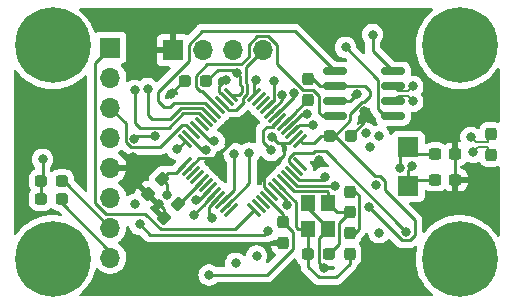
<source format=gbr>
%TF.GenerationSoftware,KiCad,Pcbnew,6.0.11+dfsg-1~bpo11+1*%
%TF.CreationDate,2023-04-29T04:06:51+00:00*%
%TF.ProjectId,slcam,736c6361-6d2e-46b6-9963-61645f706362,v0.2*%
%TF.SameCoordinates,Original*%
%TF.FileFunction,Copper,L4,Bot*%
%TF.FilePolarity,Positive*%
%FSLAX46Y46*%
G04 Gerber Fmt 4.6, Leading zero omitted, Abs format (unit mm)*
G04 Created by KiCad (PCBNEW 6.0.11+dfsg-1~bpo11+1) date 2023-04-29 04:06:51*
%MOMM*%
%LPD*%
G01*
G04 APERTURE LIST*
G04 Aperture macros list*
%AMRoundRect*
0 Rectangle with rounded corners*
0 $1 Rounding radius*
0 $2 $3 $4 $5 $6 $7 $8 $9 X,Y pos of 4 corners*
0 Add a 4 corners polygon primitive as box body*
4,1,4,$2,$3,$4,$5,$6,$7,$8,$9,$2,$3,0*
0 Add four circle primitives for the rounded corners*
1,1,$1+$1,$2,$3*
1,1,$1+$1,$4,$5*
1,1,$1+$1,$6,$7*
1,1,$1+$1,$8,$9*
0 Add four rect primitives between the rounded corners*
20,1,$1+$1,$2,$3,$4,$5,0*
20,1,$1+$1,$4,$5,$6,$7,0*
20,1,$1+$1,$6,$7,$8,$9,0*
20,1,$1+$1,$8,$9,$2,$3,0*%
G04 Aperture macros list end*
%TA.AperFunction,ComponentPad*%
%ADD10R,1.700000X1.700000*%
%TD*%
%TA.AperFunction,ComponentPad*%
%ADD11O,1.700000X1.700000*%
%TD*%
%TA.AperFunction,ComponentPad*%
%ADD12C,6.400000*%
%TD*%
%TA.AperFunction,SMDPad,CuDef*%
%ADD13RoundRect,0.075000X0.521491X-0.415425X-0.415425X0.521491X-0.521491X0.415425X0.415425X-0.521491X0*%
%TD*%
%TA.AperFunction,SMDPad,CuDef*%
%ADD14RoundRect,0.075000X0.521491X0.415425X0.415425X0.521491X-0.521491X-0.415425X-0.415425X-0.521491X0*%
%TD*%
%TA.AperFunction,SMDPad,CuDef*%
%ADD15R,1.200000X1.400000*%
%TD*%
%TA.AperFunction,SMDPad,CuDef*%
%ADD16RoundRect,0.150000X-0.825000X-0.150000X0.825000X-0.150000X0.825000X0.150000X-0.825000X0.150000X0*%
%TD*%
%TA.AperFunction,SMDPad,CuDef*%
%ADD17RoundRect,0.237500X-0.237500X0.287500X-0.237500X-0.287500X0.237500X-0.287500X0.237500X0.287500X0*%
%TD*%
%TA.AperFunction,SMDPad,CuDef*%
%ADD18RoundRect,0.237500X-0.035355X-0.371231X0.371231X0.035355X0.035355X0.371231X-0.371231X-0.035355X0*%
%TD*%
%TA.AperFunction,SMDPad,CuDef*%
%ADD19RoundRect,0.237500X-0.287500X-0.237500X0.287500X-0.237500X0.287500X0.237500X-0.287500X0.237500X0*%
%TD*%
%TA.AperFunction,SMDPad,CuDef*%
%ADD20RoundRect,0.237500X0.237500X-0.287500X0.237500X0.287500X-0.237500X0.287500X-0.237500X-0.287500X0*%
%TD*%
%TA.AperFunction,SMDPad,CuDef*%
%ADD21RoundRect,0.237500X0.035355X0.371231X-0.371231X-0.035355X-0.035355X-0.371231X0.371231X0.035355X0*%
%TD*%
%TA.AperFunction,SMDPad,CuDef*%
%ADD22RoundRect,0.237500X0.287500X0.237500X-0.287500X0.237500X-0.287500X-0.237500X0.287500X-0.237500X0*%
%TD*%
%TA.AperFunction,SMDPad,CuDef*%
%ADD23RoundRect,0.237500X-0.300000X-0.237500X0.300000X-0.237500X0.300000X0.237500X-0.300000X0.237500X0*%
%TD*%
%TA.AperFunction,SMDPad,CuDef*%
%ADD24R,1.800000X1.750000*%
%TD*%
%TA.AperFunction,ViaPad*%
%ADD25C,0.800000*%
%TD*%
%TA.AperFunction,Conductor*%
%ADD26C,0.250000*%
%TD*%
%TA.AperFunction,Conductor*%
%ADD27C,0.200000*%
%TD*%
G04 APERTURE END LIST*
D10*
%TO.P,J2,1,Pin_1*%
%TO.N,/SPI_NSS_IMG*%
X205790000Y-53620000D03*
D11*
%TO.P,J2,2,Pin_2*%
%TO.N,/SPI2_MOSI*%
X205790000Y-56160000D03*
%TO.P,J2,3,Pin_3*%
%TO.N,/SPI2_MISO*%
X205790000Y-58700000D03*
%TO.P,J2,4,Pin_4*%
%TO.N,/SPI2_SCK*%
X205790000Y-61240000D03*
%TO.P,J2,5,Pin_5*%
%TO.N,GND*%
X205790000Y-63780000D03*
%TO.P,J2,6,Pin_6*%
%TO.N,/3V3_IMG_SENSOR*%
X205790000Y-66320000D03*
%TO.P,J2,7,Pin_7*%
%TO.N,/I2C_SDA*%
X205790000Y-68860000D03*
%TO.P,J2,8,Pin_8*%
%TO.N,/I2C_SCL*%
X205790000Y-71400000D03*
%TD*%
D10*
%TO.P,J3,1,Pin_1*%
%TO.N,GND*%
X211074000Y-53848000D03*
D11*
%TO.P,J3,2,Pin_2*%
%TO.N,VCC*%
X213614000Y-53848000D03*
%TO.P,J3,3,Pin_3*%
%TO.N,/SWCLK*%
X216154000Y-53848000D03*
%TO.P,J3,4,Pin_4*%
%TO.N,/SWDIO*%
X218694000Y-53848000D03*
%TD*%
D12*
%TO.P,H1,1*%
%TO.N,N/C*%
X200914000Y-53440000D03*
%TD*%
%TO.P,H2,1*%
%TO.N,N/C*%
X200914000Y-71530000D03*
%TD*%
%TO.P,H3,1*%
%TO.N,N/C*%
X235360000Y-71530000D03*
%TD*%
%TO.P,H4,1*%
%TO.N,N/C*%
X235360000Y-53440000D03*
%TD*%
D13*
%TO.P,U1,1,VBAT*%
%TO.N,unconnected-(U1-Pad1)*%
X221875985Y-63510233D03*
%TO.P,U1,2,PC13*%
%TO.N,/HEARTBEAT*%
X221522431Y-63863787D03*
%TO.P,U1,3,PC14*%
%TO.N,/OSC_IN2*%
X221168878Y-64217340D03*
%TO.P,U1,4,PC15*%
%TO.N,/OSC_OUT2*%
X220815324Y-64570894D03*
%TO.P,U1,5,PD0*%
%TO.N,/OSC_IN*%
X220461771Y-64924447D03*
%TO.P,U1,6,PD1*%
%TO.N,/OSC_OUT*%
X220108218Y-65278000D03*
%TO.P,U1,7,NRST*%
%TO.N,/RESET*%
X219754664Y-65631554D03*
%TO.P,U1,8,VSSA*%
%TO.N,GND*%
X219401111Y-65985107D03*
%TO.P,U1,9,VDDA*%
%TO.N,VCC*%
X219047558Y-66338660D03*
%TO.P,U1,10,PA0*%
%TO.N,unconnected-(U1-Pad10)*%
X218694004Y-66692214D03*
%TO.P,U1,11,PA1*%
%TO.N,unconnected-(U1-Pad11)*%
X218340451Y-67045767D03*
%TO.P,U1,12,PA2*%
%TO.N,/SPI_NSS_IMG*%
X217986897Y-67399321D03*
D14*
%TO.P,U1,13,PA3*%
%TO.N,unconnected-(U1-Pad13)*%
X215989321Y-67399321D03*
%TO.P,U1,14,PA4*%
%TO.N,/SPI_NSS*%
X215635767Y-67045767D03*
%TO.P,U1,15,PA5*%
%TO.N,/SPI_SCK*%
X215282214Y-66692214D03*
%TO.P,U1,16,PA6*%
%TO.N,/SPI_MISO*%
X214928660Y-66338660D03*
%TO.P,U1,17,PA7*%
%TO.N,/SPI_MOSI*%
X214575107Y-65985107D03*
%TO.P,U1,18,PB0*%
%TO.N,/EN_SWITCH*%
X214221554Y-65631554D03*
%TO.P,U1,19,PB1*%
%TO.N,unconnected-(U1-Pad19)*%
X213868000Y-65278000D03*
%TO.P,U1,20,PB2*%
%TO.N,/BOOT1*%
X213514447Y-64924447D03*
%TO.P,U1,21,PB10*%
%TO.N,unconnected-(U1-Pad21)*%
X213160894Y-64570894D03*
%TO.P,U1,22,PB11*%
%TO.N,unconnected-(U1-Pad22)*%
X212807340Y-64217340D03*
%TO.P,U1,23,VSS*%
%TO.N,GND*%
X212453787Y-63863787D03*
%TO.P,U1,24,VDD*%
%TO.N,VCC*%
X212100233Y-63510233D03*
D13*
%TO.P,U1,25,PB12*%
%TO.N,/SPI_NSS_FLASH*%
X212100233Y-61512657D03*
%TO.P,U1,26,PB13*%
%TO.N,/SPI2_SCK*%
X212453787Y-61159103D03*
%TO.P,U1,27,PB14*%
%TO.N,/SPI2_MISO*%
X212807340Y-60805550D03*
%TO.P,U1,28,PB15*%
%TO.N,/SPI2_MOSI*%
X213160894Y-60451996D03*
%TO.P,U1,29,PA8*%
%TO.N,unconnected-(U1-Pad29)*%
X213514447Y-60098443D03*
%TO.P,U1,30,PA9*%
%TO.N,/UART_TX*%
X213868000Y-59744890D03*
%TO.P,U1,31,PA10*%
%TO.N,/UART_RX*%
X214221554Y-59391336D03*
%TO.P,U1,32,PA11*%
%TO.N,/CAN_RX*%
X214575107Y-59037783D03*
%TO.P,U1,33,PA12*%
%TO.N,/CAN_TX*%
X214928660Y-58684230D03*
%TO.P,U1,34,PA13*%
%TO.N,/SWDIO*%
X215282214Y-58330676D03*
%TO.P,U1,35,VSS*%
%TO.N,GND*%
X215635767Y-57977123D03*
%TO.P,U1,36,VDD*%
%TO.N,VCC*%
X215989321Y-57623569D03*
D14*
%TO.P,U1,37,PA14*%
%TO.N,/SWCLK*%
X217986897Y-57623569D03*
%TO.P,U1,38,PA15*%
%TO.N,unconnected-(U1-Pad38)*%
X218340451Y-57977123D03*
%TO.P,U1,39,PB3*%
%TO.N,unconnected-(U1-Pad39)*%
X218694004Y-58330676D03*
%TO.P,U1,40,PB4*%
%TO.N,/CAN_SHDN*%
X219047558Y-58684230D03*
%TO.P,U1,41,PB5*%
%TO.N,/CAN_S*%
X219401111Y-59037783D03*
%TO.P,U1,42,PB6*%
%TO.N,/I2C_SCL*%
X219754664Y-59391336D03*
%TO.P,U1,43,PB7*%
%TO.N,/I2C_SDA*%
X220108218Y-59744890D03*
%TO.P,U1,44,BOOT0*%
%TO.N,/BOOT0*%
X220461771Y-60098443D03*
%TO.P,U1,45,PB8*%
%TO.N,/FLASH_WP*%
X220815324Y-60451996D03*
%TO.P,U1,46,PB9*%
%TO.N,/FLASH_HR*%
X221168878Y-60805550D03*
%TO.P,U1,47,VSS*%
%TO.N,GND*%
X221522431Y-61159103D03*
%TO.P,U1,48,VDD*%
%TO.N,VCC*%
X221875985Y-61512657D03*
%TD*%
D15*
%TO.P,Y1,1,1*%
%TO.N,/OSC_IN*%
X224204000Y-66802000D03*
%TO.P,Y1,2,2*%
%TO.N,GND*%
X224204000Y-69002000D03*
%TO.P,Y1,3,3*%
%TO.N,/OSC_OUT*%
X222504000Y-69002000D03*
%TO.P,Y1,4,4*%
%TO.N,GND*%
X222504000Y-66802000D03*
%TD*%
D16*
%TO.P,U3,1,TXD*%
%TO.N,/CAN_TX*%
X224790000Y-59436000D03*
%TO.P,U3,2,GND*%
%TO.N,GND*%
X224790000Y-58166000D03*
%TO.P,U3,3,VCC*%
%TO.N,VCC*%
X224790000Y-56896000D03*
%TO.P,U3,4,RXD*%
%TO.N,/CAN_RX*%
X224790000Y-55626000D03*
%TO.P,U3,5,SHDN*%
%TO.N,/CAN_SHDN*%
X229740000Y-55626000D03*
%TO.P,U3,6,CANL*%
%TO.N,/CAN_N*%
X229740000Y-56896000D03*
%TO.P,U3,7,CANH*%
%TO.N,/CAN_P*%
X229740000Y-58166000D03*
%TO.P,U3,8,S*%
%TO.N,/CAN_S*%
X229740000Y-59436000D03*
%TD*%
D17*
%TO.P,R4,1*%
%TO.N,VCC*%
X222504000Y-56286400D03*
%TO.P,R4,2*%
%TO.N,/BOOT0*%
X222504000Y-58036400D03*
%TD*%
D18*
%TO.P,R5,1*%
%TO.N,GND*%
X210312000Y-68072000D03*
%TO.P,R5,2*%
%TO.N,/BOOT1*%
X211549436Y-66834564D03*
%TD*%
D19*
%TO.P,R6,1*%
%TO.N,VCC*%
X199926000Y-66446400D03*
%TO.P,R6,2*%
%TO.N,/I2C_SCL*%
X201676000Y-66446400D03*
%TD*%
%TO.P,R7,1*%
%TO.N,VCC*%
X199937400Y-64922400D03*
%TO.P,R7,2*%
%TO.N,/I2C_SDA*%
X201687400Y-64922400D03*
%TD*%
D20*
%TO.P,R8,1*%
%TO.N,/CAN_P*%
X237998000Y-62710000D03*
%TO.P,R8,2*%
%TO.N,/CAN_N*%
X237998000Y-60960000D03*
%TD*%
D21*
%TO.P,C3,1*%
%TO.N,VCC*%
X210185000Y-64770000D03*
%TO.P,C3,2*%
%TO.N,GND*%
X208947564Y-66007436D03*
%TD*%
D19*
%TO.P,C5,1*%
%TO.N,VCC*%
X224409000Y-61087000D03*
%TO.P,C5,2*%
%TO.N,GND*%
X226159000Y-61087000D03*
%TD*%
D17*
%TO.P,C6,1*%
%TO.N,VCC*%
X220421200Y-68427600D03*
%TO.P,C6,2*%
%TO.N,GND*%
X220421200Y-70177600D03*
%TD*%
D20*
%TO.P,C7,1*%
%TO.N,/OSC_IN*%
X226060000Y-67564000D03*
%TO.P,C7,2*%
%TO.N,Net-(C7-Pad2)*%
X226060000Y-65814000D03*
%TD*%
%TO.P,C8,1*%
%TO.N,/OSC_OUT*%
X226060000Y-71092000D03*
%TO.P,C8,2*%
%TO.N,Net-(C7-Pad2)*%
X226060000Y-69342000D03*
%TD*%
D19*
%TO.P,R9,1*%
%TO.N,/OSC_OUT*%
X222532000Y-71120000D03*
%TO.P,R9,2*%
%TO.N,/OSC_IN*%
X224282000Y-71120000D03*
%TD*%
D22*
%TO.P,C4,1*%
%TO.N,VCC*%
X213868000Y-56489600D03*
%TO.P,C4,2*%
%TO.N,GND*%
X212118000Y-56489600D03*
%TD*%
D23*
%TO.P,C9,1*%
%TO.N,/OSC_IN2*%
X233274700Y-62636400D03*
%TO.P,C9,2*%
%TO.N,GND*%
X234999700Y-62636400D03*
%TD*%
D24*
%TO.P,Y2,1,1*%
%TO.N,/OSC_IN2*%
X230993950Y-62078200D03*
%TO.P,Y2,2,2*%
%TO.N,/OSC_OUT2*%
X230993950Y-65328200D03*
%TD*%
D23*
%TO.P,C10,1*%
%TO.N,/OSC_OUT2*%
X233274700Y-64820800D03*
%TO.P,C10,2*%
%TO.N,GND*%
X234999700Y-64820800D03*
%TD*%
D25*
%TO.N,/SPI2_MOSI*%
X214582609Y-61547033D03*
X228549200Y-61112400D03*
%TO.N,/SPI2_SCK*%
X227736400Y-62077600D03*
X213862716Y-62271533D03*
%TO.N,/SPI_NSS*%
X218176898Y-71275770D03*
X217554942Y-62558914D03*
%TO.N,/OSC_IN2*%
X223926400Y-64603469D03*
X230276400Y-63804800D03*
%TO.N,/OSC_OUT2*%
X231317808Y-63677808D03*
X224831342Y-65338258D03*
%TO.N,/CAN_SHDN*%
X227990400Y-52527200D03*
X219608400Y-56438800D03*
%TO.N,/CAN_S*%
X225704400Y-53594000D03*
X220343492Y-57617248D03*
%TO.N,/FLASH_WP*%
X222453200Y-59232800D03*
X227431600Y-60858400D03*
%TO.N,/FLASH_HR*%
X228549200Y-69291200D03*
X222961200Y-60147200D03*
%TO.N,GND*%
X223874508Y-72301899D03*
X231648000Y-59944000D03*
X209905340Y-66900067D03*
X223418400Y-63144400D03*
X226699310Y-57584114D03*
X216215829Y-61075500D03*
X203259568Y-63424233D03*
X202965109Y-57969203D03*
X219456000Y-61214000D03*
X207684157Y-62861398D03*
X211875998Y-71719462D03*
X227299379Y-59020643D03*
X215544400Y-56337200D03*
X210914757Y-57558174D03*
%TO.N,/RESET*%
X220726000Y-66954400D03*
%TO.N,VCC*%
X216533789Y-55756717D03*
X209539521Y-61117670D03*
X210592701Y-66090510D03*
X227652581Y-67134899D03*
X207826560Y-61320012D03*
X200050400Y-63093600D03*
X214158678Y-72875069D03*
%TO.N,/SPI_SCK*%
X216273572Y-62608328D03*
%TO.N,/SPI_MISO*%
X214376000Y-68072000D03*
%TO.N,/SPI_MOSI*%
X212852000Y-67818000D03*
X216408000Y-71882000D03*
%TO.N,/I2C_SCL*%
X221333733Y-57460547D03*
%TO.N,/I2C_SDA*%
X207877524Y-66895134D03*
X219405200Y-62331600D03*
%TO.N,/3V3_IMG_SENSOR*%
X219151200Y-69138800D03*
X208280000Y-68580000D03*
%TO.N,/SWCLK*%
X218096500Y-56353495D03*
%TO.N,/CAN_N*%
X231394000Y-56896000D03*
X236321600Y-61214000D03*
%TO.N,/CAN_P*%
X236524800Y-62484000D03*
X231394000Y-58166000D03*
%TO.N,/UART_TX*%
X207873600Y-57251600D03*
%TO.N,/UART_RX*%
X208940400Y-57099200D03*
%TO.N,/EN_SWITCH*%
X213050984Y-66523873D03*
%TO.N,/SPI_NSS_FLASH*%
X228319288Y-65247403D03*
X211466546Y-62223783D03*
%TO.N,/HEARTBEAT*%
X230845484Y-69227294D03*
%TD*%
D26*
%TO.N,/SPI2_MISO*%
X207102049Y-60012049D02*
X207102049Y-61620115D01*
X211882742Y-60202058D02*
X212203848Y-60202058D01*
X207102049Y-61620115D02*
X207526457Y-62044523D01*
X207526457Y-62044523D02*
X210040277Y-62044523D01*
X205790000Y-58700000D02*
X207102049Y-60012049D01*
X210040277Y-62044523D02*
X211882742Y-60202058D01*
X212203848Y-60202058D02*
X212807340Y-60805550D01*
%TO.N,/SPI2_MOSI*%
X214582609Y-61547033D02*
X214255931Y-61547033D01*
X214255931Y-61547033D02*
X213160894Y-60451996D01*
%TO.N,/SPI2_SCK*%
X213566217Y-62271533D02*
X213862716Y-62271533D01*
X212453787Y-61159103D02*
X213566217Y-62271533D01*
%TO.N,/SPI_NSS*%
X217554942Y-62558914D02*
X217554942Y-65126592D01*
X217554942Y-65126592D02*
X215635767Y-67045767D01*
%TO.N,/OSC_IN2*%
X233274700Y-62636400D02*
X231552150Y-62636400D01*
X230276400Y-63804800D02*
X230276400Y-62795750D01*
X223709069Y-64820800D02*
X221772338Y-64820800D01*
X231552150Y-62636400D02*
X230993950Y-62078200D01*
X223926400Y-64603469D02*
X223709069Y-64820800D01*
X221772338Y-64820800D02*
X221168878Y-64217340D01*
X230276400Y-62795750D02*
X230993950Y-62078200D01*
%TO.N,/OSC_OUT2*%
X230993950Y-64001666D02*
X230993950Y-65328200D01*
X224831342Y-65338258D02*
X224821053Y-65327969D01*
X231501350Y-64820800D02*
X230993950Y-65328200D01*
X231317808Y-63677808D02*
X230993950Y-64001666D01*
X224821053Y-65327969D02*
X221572399Y-65327969D01*
X233274700Y-64820800D02*
X231501350Y-64820800D01*
X221572399Y-65327969D02*
X220815324Y-64570894D01*
%TO.N,/CAN_SHDN*%
X227990400Y-53876400D02*
X227990400Y-52527200D01*
X219615014Y-56445414D02*
X219615014Y-58116774D01*
X219608400Y-56438800D02*
X219615014Y-56445414D01*
X229740000Y-55626000D02*
X227990400Y-53876400D01*
X219615014Y-58116774D02*
X219047558Y-58684230D01*
%TO.N,/CAN_S*%
X219401111Y-59037783D02*
X220343492Y-58095402D01*
X228440480Y-56330080D02*
X228440480Y-58819280D01*
X225704400Y-53594000D02*
X228440480Y-56330080D01*
X229057200Y-59436000D02*
X229740000Y-59436000D01*
X220343492Y-58095402D02*
X220343492Y-57617248D01*
X228440480Y-58819280D02*
X229057200Y-59436000D01*
%TO.N,/FLASH_WP*%
X222453200Y-59232800D02*
X222034520Y-59232800D01*
X222034520Y-59232800D02*
X220815324Y-60451996D01*
%TO.N,/FLASH_HR*%
X221827228Y-60147200D02*
X222961200Y-60147200D01*
X221168878Y-60805550D02*
X221827228Y-60147200D01*
%TO.N,GND*%
X210312000Y-68072000D02*
X210312000Y-67306727D01*
X224204000Y-69002000D02*
X224204000Y-68902000D01*
X224790000Y-58166000D02*
X226117424Y-58166000D01*
X220467440Y-62742560D02*
X220467440Y-61726560D01*
X215544400Y-56337200D02*
X215032276Y-56849324D01*
X216215829Y-61406171D02*
X214625956Y-62996044D01*
X213417860Y-70177600D02*
X211875998Y-71719462D01*
X227299379Y-59946621D02*
X226159000Y-61087000D01*
X226117424Y-58166000D02*
X226699310Y-57584114D01*
X222504000Y-67202000D02*
X222504000Y-66802000D01*
X224204000Y-69002000D02*
X223432480Y-69773520D01*
X221522431Y-61159103D02*
X220954974Y-61726560D01*
X215032276Y-56849324D02*
X215032276Y-57373632D01*
X212118000Y-56489600D02*
X211983331Y-56489600D01*
X213321530Y-62996044D02*
X212453787Y-63863787D01*
X209012709Y-66007436D02*
X209905340Y-66900067D01*
X216215829Y-61075500D02*
X216215829Y-61406171D01*
X220467440Y-61726560D02*
X219968560Y-61726560D01*
X218833173Y-64376827D02*
X220467440Y-62742560D01*
X210312000Y-67306727D02*
X209905340Y-66900067D01*
X223432480Y-69773520D02*
X223432480Y-71859871D01*
X220421200Y-70177600D02*
X213417860Y-70177600D01*
X227299379Y-59020643D02*
X227299379Y-59946621D01*
X218833173Y-65417169D02*
X218833173Y-64376827D01*
X223874508Y-72301899D02*
X223432480Y-71859871D01*
X224204000Y-68902000D02*
X222504000Y-67202000D01*
X215032276Y-57373632D02*
X215635767Y-57977123D01*
X208947564Y-66007436D02*
X209012709Y-66007436D01*
X234999700Y-62636400D02*
X234999700Y-64820800D01*
X220954974Y-61726560D02*
X220467440Y-61726560D01*
X219968560Y-61726560D02*
X219456000Y-61214000D01*
X211983331Y-56489600D02*
X210914757Y-57558174D01*
X214625956Y-62996044D02*
X213321530Y-62996044D01*
X219401111Y-65985107D02*
X218833173Y-65417169D01*
%TO.N,/RESET*%
X219754664Y-65631554D02*
X220726000Y-66602890D01*
X220726000Y-66602890D02*
X220726000Y-66954400D01*
%TO.N,VCC*%
X216533789Y-55756717D02*
X216258809Y-55481737D01*
X223520000Y-56896000D02*
X224790000Y-56896000D01*
X229043799Y-65721799D02*
X229043799Y-64947300D01*
X210592701Y-65177701D02*
X210185000Y-64770000D01*
X231569995Y-69527397D02*
X231569995Y-68247995D01*
X226089520Y-59205888D02*
X227074857Y-58220551D01*
X228230495Y-64522892D02*
X224794603Y-61087000D01*
X221220720Y-69227120D02*
X221220720Y-70697896D01*
X219043547Y-72875069D02*
X214158678Y-72875069D01*
X223012000Y-61722000D02*
X222085328Y-61722000D01*
X208028902Y-61117670D02*
X207826560Y-61320012D01*
X216923680Y-57379996D02*
X216680107Y-57623569D01*
X228619391Y-64522892D02*
X228230495Y-64522892D01*
X216923680Y-56887611D02*
X216923680Y-57379996D01*
X210592701Y-66090510D02*
X210592701Y-65177701D01*
X216808769Y-56031697D02*
X216808769Y-56772700D01*
X227753977Y-57283580D02*
X227330000Y-56859603D01*
X229043799Y-64947300D02*
X228619391Y-64522892D01*
X220421200Y-68427600D02*
X220421200Y-67712302D01*
X210693000Y-64262000D02*
X210185000Y-64770000D01*
X216808769Y-56772700D02*
X216923680Y-56887611D01*
X222910400Y-56286400D02*
X223520000Y-56896000D01*
X222504000Y-56286400D02*
X222910400Y-56286400D01*
X220421200Y-68427600D02*
X221220720Y-69227120D01*
X227074857Y-58220551D02*
X227275449Y-58220551D01*
X199926000Y-66446400D02*
X199926000Y-64933800D01*
X223647000Y-61087000D02*
X223012000Y-61722000D01*
X221220720Y-70697896D02*
X219043547Y-72875069D01*
X200050400Y-63093600D02*
X200050400Y-64809400D01*
X199926000Y-64933800D02*
X199937400Y-64922400D01*
X214875863Y-55481737D02*
X213868000Y-56489600D01*
X212100233Y-63510233D02*
X211348466Y-64262000D01*
X227275449Y-58220551D02*
X227753977Y-57742023D01*
X231569995Y-68247995D02*
X229043799Y-65721799D01*
X224785072Y-61087000D02*
X226089520Y-59782552D01*
X209539521Y-61117670D02*
X208028902Y-61117670D01*
X227753977Y-57742023D02*
X227753977Y-57283580D01*
X227330000Y-56859603D02*
X224826397Y-56859603D01*
X216533789Y-55756717D02*
X216808769Y-56031697D01*
X224409000Y-61087000D02*
X224785072Y-61087000D01*
X216680107Y-57623569D02*
X215989321Y-57623569D01*
X211348466Y-64262000D02*
X210693000Y-64262000D01*
X226089520Y-59782552D02*
X226089520Y-59205888D01*
X224826397Y-56859603D02*
X224790000Y-56896000D01*
X216258809Y-55481737D02*
X214875863Y-55481737D01*
X224409000Y-61087000D02*
X223647000Y-61087000D01*
X230469487Y-69951805D02*
X231145587Y-69951805D01*
X231145587Y-69951805D02*
X231569995Y-69527397D01*
X220421200Y-67712302D02*
X219047558Y-66338660D01*
X224794603Y-61087000D02*
X224409000Y-61087000D01*
X200050400Y-64809400D02*
X199937400Y-64922400D01*
X222085328Y-61722000D02*
X221875985Y-61512657D01*
X227652581Y-67134899D02*
X230469487Y-69951805D01*
%TO.N,/SPI_SCK*%
X216273572Y-62608328D02*
X216273572Y-65700856D01*
X216273572Y-65700856D02*
X215282214Y-66692214D01*
%TO.N,/SPI_MISO*%
X214376000Y-68072000D02*
X214122011Y-67818011D01*
X214122011Y-67818011D02*
X214122011Y-67145309D01*
X214122011Y-67145309D02*
X214928660Y-66338660D01*
%TO.N,/SPI_MOSI*%
X214575107Y-65985107D02*
X214575107Y-66020461D01*
X213775984Y-66824178D02*
X212852000Y-67748162D01*
X213775984Y-66819584D02*
X213775984Y-66824178D01*
X212852000Y-67748162D02*
X212852000Y-67818000D01*
X214575107Y-66020461D02*
X213775984Y-66819584D01*
%TO.N,/I2C_SCL*%
X205790000Y-70916000D02*
X205790000Y-71400000D01*
X221333733Y-57460547D02*
X221333733Y-57812267D01*
X201676000Y-66802000D02*
X205790000Y-70916000D01*
X221333733Y-57812267D02*
X219754664Y-59391336D01*
X201676000Y-66446400D02*
X201676000Y-66802000D01*
%TO.N,/I2C_SDA*%
X218731489Y-61657889D02*
X218731489Y-60617711D01*
X219540762Y-60312346D02*
X220108218Y-59744890D01*
X219405200Y-62331600D02*
X218731489Y-61657889D01*
X219036854Y-60312346D02*
X219540762Y-60312346D01*
X205790000Y-68860000D02*
X201852400Y-64922400D01*
X201852400Y-64922400D02*
X201687400Y-64922400D01*
X218731489Y-60617711D02*
X219036854Y-60312346D01*
%TO.N,/3V3_IMG_SENSOR*%
X209155261Y-69455261D02*
X208280000Y-68580000D01*
X218834739Y-69455261D02*
X209155261Y-69455261D01*
X219151200Y-69138800D02*
X218834739Y-69455261D01*
%TO.N,/SPI_NSS_IMG*%
X205790000Y-53620000D02*
X204470000Y-54940000D01*
X205415997Y-67684999D02*
X208722903Y-67684999D01*
X204470000Y-54940000D02*
X204470000Y-66739002D01*
X204470000Y-66739002D02*
X205415997Y-67684999D01*
X210043645Y-69005741D02*
X216380477Y-69005741D01*
X216380477Y-69005741D02*
X217986897Y-67399321D01*
X208722903Y-67684999D02*
X210043645Y-69005741D01*
%TO.N,/SWDIO*%
X217065887Y-58204481D02*
X217065887Y-57873507D01*
X217065887Y-57873507D02*
X217373200Y-57566194D01*
X215282214Y-58330676D02*
X215282214Y-58366018D01*
X217258289Y-56586503D02*
X217258289Y-55283711D01*
X217373200Y-56701414D02*
X217258289Y-56586503D01*
X216437376Y-58898624D02*
X217098703Y-58237297D01*
X215814820Y-58898624D02*
X216437376Y-58898624D01*
X217373200Y-57566194D02*
X217373200Y-56701414D01*
X215282214Y-58366018D02*
X215814820Y-58898624D01*
X217258289Y-55283711D02*
X218694000Y-53848000D01*
X217098703Y-58237297D02*
X217065887Y-58204481D01*
%TO.N,/SWCLK*%
X217986897Y-56463098D02*
X217986897Y-57623569D01*
X218096500Y-56353495D02*
X217986897Y-56463098D01*
D27*
%TO.N,/CAN_N*%
X236321600Y-61214000D02*
X236731600Y-61624000D01*
X237729462Y-61624000D02*
X237729462Y-61228538D01*
X230150000Y-57306000D02*
X230984000Y-57306000D01*
X230984000Y-57306000D02*
X231394000Y-56896000D01*
X229740000Y-56896000D02*
X230150000Y-57306000D01*
X237729462Y-61228538D02*
X237998000Y-60960000D01*
X236731600Y-61624000D02*
X237729462Y-61624000D01*
%TO.N,/CAN_P*%
X229740000Y-58166000D02*
X230150000Y-57756000D01*
X236524800Y-62484000D02*
X236934800Y-62074000D01*
X237729462Y-62074000D02*
X237729462Y-62441462D01*
X236934800Y-62074000D02*
X237729462Y-62074000D01*
X230984000Y-57756000D02*
X231394000Y-58166000D01*
X237729462Y-62441462D02*
X237998000Y-62710000D01*
X230150000Y-57756000D02*
X230984000Y-57756000D01*
D26*
%TO.N,/UART_TX*%
X213300543Y-59177433D02*
X213868000Y-59744890D01*
X210753237Y-60393159D02*
X208280000Y-60393159D01*
X207873600Y-59986759D02*
X207873600Y-57251600D01*
X208280000Y-60393159D02*
X207873600Y-59986759D01*
X211968963Y-59177433D02*
X210753237Y-60393159D01*
X213300543Y-59177433D02*
X211968963Y-59177433D01*
%TO.N,/UART_RX*%
X209296000Y-59690000D02*
X208940400Y-59334400D01*
X211783068Y-58726932D02*
X210820000Y-59690000D01*
X213557150Y-58726932D02*
X214221554Y-59391336D01*
X213557150Y-58726932D02*
X211783068Y-58726932D01*
X210820000Y-59690000D02*
X209296000Y-59690000D01*
X208940400Y-59334400D02*
X208940400Y-57099200D01*
%TO.N,/BOOT0*%
X220497111Y-60098443D02*
X220461771Y-60098443D01*
X222488474Y-58036400D02*
X221538800Y-58986074D01*
X221538800Y-58986074D02*
X221538800Y-59056754D01*
X222504000Y-58036400D02*
X222488474Y-58036400D01*
X221538800Y-59056754D02*
X220497111Y-60098443D01*
%TO.N,/BOOT1*%
X211604330Y-66834564D02*
X211549436Y-66834564D01*
X213514447Y-64924447D02*
X211604330Y-66834564D01*
%TO.N,/CAN_TX*%
X222084664Y-57186880D02*
X222974296Y-57186880D01*
X219180499Y-52673489D02*
X219868511Y-53361501D01*
X213347704Y-57289120D02*
X213018480Y-56959896D01*
X222974296Y-57186880D02*
X223490480Y-57703064D01*
X213533550Y-57289120D02*
X213347704Y-57289120D01*
X214928660Y-58684230D02*
X213533550Y-57289120D01*
X213018480Y-56959896D02*
X213018480Y-56019304D01*
X223490480Y-57703064D02*
X223490480Y-59152480D01*
X217519489Y-54386793D02*
X217519489Y-53361501D01*
X217519489Y-53361501D02*
X218207501Y-52673489D01*
X214005567Y-55032217D02*
X216874065Y-55032217D01*
X218207501Y-52673489D02*
X219180499Y-52673489D01*
X223490480Y-59152480D02*
X223774000Y-59436000D01*
X223774000Y-59436000D02*
X224790000Y-59436000D01*
X219868511Y-53361501D02*
X219868511Y-54970727D01*
X219868511Y-54970727D02*
X222084664Y-57186880D01*
X213018480Y-56019304D02*
X214005567Y-55032217D01*
X216874065Y-55032217D02*
X217519489Y-54386793D01*
%TO.N,/CAN_RX*%
X211220133Y-58277412D02*
X213814736Y-58277412D01*
X209804000Y-58166000D02*
X210312000Y-58674000D01*
X210823545Y-58674000D02*
X211220133Y-58277412D01*
X212439489Y-53361501D02*
X212439489Y-54737101D01*
X213577021Y-52223969D02*
X212439489Y-53361501D01*
X221387969Y-52223969D02*
X213577021Y-52223969D01*
X212439489Y-54737101D02*
X209804000Y-57372590D01*
X224790000Y-55626000D02*
X221387969Y-52223969D01*
X209804000Y-57372590D02*
X209804000Y-58166000D01*
X210312000Y-58674000D02*
X210823545Y-58674000D01*
X213814736Y-58277412D02*
X214575107Y-59037783D01*
%TO.N,/EN_SWITCH*%
X214221554Y-65631554D02*
X213329235Y-66523873D01*
X213329235Y-66523873D02*
X213050984Y-66523873D01*
%TO.N,/SPI_NSS_FLASH*%
X212100233Y-61512657D02*
X212100233Y-61590096D01*
X212100233Y-61590096D02*
X211466546Y-62223783D01*
%TO.N,Net-(C7-Pad2)*%
X226535000Y-65814000D02*
X226860010Y-66139010D01*
X226060000Y-65814000D02*
X226535000Y-65814000D01*
X226535000Y-69342000D02*
X226060000Y-69342000D01*
X226860010Y-66139010D02*
X226860010Y-69016990D01*
X226860010Y-69016990D02*
X226535000Y-69342000D01*
%TO.N,/OSC_IN*%
X226060000Y-67564000D02*
X224966000Y-67564000D01*
X224129489Y-65777489D02*
X221314813Y-65777489D01*
X221314813Y-65777489D02*
X220461771Y-64924447D01*
X224966000Y-67564000D02*
X224204000Y-66802000D01*
X224282000Y-71120000D02*
X225128511Y-70273489D01*
X224204000Y-66802000D02*
X224204000Y-65852000D01*
X224204000Y-65852000D02*
X224129489Y-65777489D01*
X225128511Y-70273489D02*
X225128511Y-68495489D01*
X225128511Y-68495489D02*
X226060000Y-67564000D01*
%TO.N,/OSC_OUT*%
X222532000Y-72164000D02*
X223450362Y-73082362D01*
X222532000Y-71120000D02*
X222532000Y-72164000D01*
X222504000Y-69002000D02*
X221654000Y-69002000D01*
X220108218Y-65312004D02*
X220108218Y-65278000D01*
X221488000Y-66691786D02*
X220108218Y-65312004D01*
X221654000Y-69002000D02*
X221488000Y-68836000D01*
X226060000Y-71922872D02*
X226060000Y-71092000D01*
X222532000Y-71120000D02*
X222532000Y-69030000D01*
X222532000Y-69030000D02*
X222504000Y-69002000D01*
X221488000Y-68836000D02*
X221488000Y-66691786D01*
X224900510Y-73082362D02*
X226060000Y-71922872D01*
X223450362Y-73082362D02*
X224900510Y-73082362D01*
%TO.N,/HEARTBEAT*%
X230845484Y-69199884D02*
X230845484Y-69227294D01*
X220954975Y-62929321D02*
X221328403Y-62555893D01*
X222982293Y-62555893D02*
X223118297Y-62419889D01*
X221328403Y-62555893D02*
X222982293Y-62555893D01*
X220954975Y-63296331D02*
X220954975Y-62929321D01*
X223118297Y-62419889D02*
X224065489Y-62419889D01*
X224065489Y-62419889D02*
X230845484Y-69199884D01*
X221522431Y-63863787D02*
X220954975Y-63296331D01*
%TD*%
%TA.AperFunction,Conductor*%
%TO.N,GND*%
G36*
X207352770Y-68743254D02*
G01*
X207398174Y-68805986D01*
X207403300Y-68821761D01*
X207445473Y-68951556D01*
X207540960Y-69116944D01*
X207545378Y-69121851D01*
X207545379Y-69121852D01*
X207597088Y-69179281D01*
X207668747Y-69258866D01*
X207823248Y-69371118D01*
X207829276Y-69373802D01*
X207829278Y-69373803D01*
X207991681Y-69446109D01*
X207997712Y-69448794D01*
X208091112Y-69468647D01*
X208178056Y-69487128D01*
X208178061Y-69487128D01*
X208184513Y-69488500D01*
X208240405Y-69488500D01*
X208308526Y-69508502D01*
X208329500Y-69525405D01*
X208651609Y-69847514D01*
X208659149Y-69855800D01*
X208663261Y-69862279D01*
X208669038Y-69867704D01*
X208712912Y-69908904D01*
X208715754Y-69911659D01*
X208735491Y-69931396D01*
X208738688Y-69933876D01*
X208747708Y-69941579D01*
X208779940Y-69971847D01*
X208786886Y-69975666D01*
X208786889Y-69975668D01*
X208797695Y-69981609D01*
X208814214Y-69992460D01*
X208830220Y-70004875D01*
X208837489Y-70008020D01*
X208837493Y-70008023D01*
X208870798Y-70022435D01*
X208881448Y-70027652D01*
X208920201Y-70048956D01*
X208927876Y-70050927D01*
X208927877Y-70050927D01*
X208939823Y-70053994D01*
X208958528Y-70060398D01*
X208977116Y-70068442D01*
X208984939Y-70069681D01*
X208984949Y-70069684D01*
X209020785Y-70075360D01*
X209032405Y-70077766D01*
X209064220Y-70085934D01*
X209075231Y-70088761D01*
X209095485Y-70088761D01*
X209115195Y-70090312D01*
X209135204Y-70093481D01*
X209143096Y-70092735D01*
X209161841Y-70090963D01*
X209179223Y-70089320D01*
X209191080Y-70088761D01*
X218755972Y-70088761D01*
X218767155Y-70089288D01*
X218774648Y-70090963D01*
X218782574Y-70090714D01*
X218782575Y-70090714D01*
X218842725Y-70088823D01*
X218846684Y-70088761D01*
X218874595Y-70088761D01*
X218878530Y-70088264D01*
X218878595Y-70088256D01*
X218890432Y-70087323D01*
X218922690Y-70086309D01*
X218926709Y-70086183D01*
X218934628Y-70085934D01*
X218954082Y-70080282D01*
X218973439Y-70076274D01*
X218985669Y-70074729D01*
X218985670Y-70074729D01*
X218993536Y-70073735D01*
X219000907Y-70070816D01*
X219000909Y-70070816D01*
X219034642Y-70057460D01*
X219045885Y-70053611D01*
X219050399Y-70052300D01*
X219085541Y-70047300D01*
X219246687Y-70047300D01*
X219253139Y-70045928D01*
X219253144Y-70045928D01*
X219340087Y-70027447D01*
X219433488Y-70007594D01*
X219513778Y-69971847D01*
X219555772Y-69953150D01*
X219597677Y-69934493D01*
X219648925Y-69923600D01*
X220461220Y-69923600D01*
X220529341Y-69943602D01*
X220575834Y-69997258D01*
X220587220Y-70049600D01*
X220587220Y-70305600D01*
X220567218Y-70373721D01*
X220513562Y-70420214D01*
X220461220Y-70431600D01*
X219456315Y-70431600D01*
X219441076Y-70436075D01*
X219439871Y-70437465D01*
X219438200Y-70445148D01*
X219438200Y-70511357D01*
X219438537Y-70517882D01*
X219448275Y-70611732D01*
X219451168Y-70625128D01*
X219501688Y-70776553D01*
X219507853Y-70789715D01*
X219591626Y-70925092D01*
X219600660Y-70936490D01*
X219713329Y-71048963D01*
X219724746Y-71057979D01*
X219737525Y-71065857D01*
X219785018Y-71118630D01*
X219796439Y-71188702D01*
X219768164Y-71253825D01*
X219760507Y-71262205D01*
X219190989Y-71831722D01*
X219128679Y-71865747D01*
X219057864Y-71860682D01*
X219001028Y-71818135D01*
X218976217Y-71751615D01*
X218992776Y-71679627D01*
X218994808Y-71676107D01*
X219011425Y-71647326D01*
X219070440Y-71465698D01*
X219076992Y-71403365D01*
X219089712Y-71282335D01*
X219090402Y-71275770D01*
X219080059Y-71177361D01*
X219071130Y-71092405D01*
X219071130Y-71092403D01*
X219070440Y-71085842D01*
X219011425Y-70904214D01*
X218915938Y-70738826D01*
X218851458Y-70667213D01*
X218792573Y-70601815D01*
X218792572Y-70601814D01*
X218788151Y-70596904D01*
X218666836Y-70508763D01*
X218638992Y-70488533D01*
X218638991Y-70488532D01*
X218633650Y-70484652D01*
X218627622Y-70481968D01*
X218627620Y-70481967D01*
X218465217Y-70409661D01*
X218465216Y-70409661D01*
X218459186Y-70406976D01*
X218365785Y-70387123D01*
X218278842Y-70368642D01*
X218278837Y-70368642D01*
X218272385Y-70367270D01*
X218081411Y-70367270D01*
X218074959Y-70368642D01*
X218074954Y-70368642D01*
X217988011Y-70387123D01*
X217894610Y-70406976D01*
X217888580Y-70409661D01*
X217888579Y-70409661D01*
X217726176Y-70481967D01*
X217726174Y-70481968D01*
X217720146Y-70484652D01*
X217714805Y-70488532D01*
X217714804Y-70488533D01*
X217686960Y-70508763D01*
X217565645Y-70596904D01*
X217561224Y-70601814D01*
X217561223Y-70601815D01*
X217502339Y-70667213D01*
X217437858Y-70738826D01*
X217342371Y-70904214D01*
X217283356Y-71085842D01*
X217282667Y-71092401D01*
X217282666Y-71092404D01*
X217274292Y-71172081D01*
X217247279Y-71237737D01*
X217189057Y-71278367D01*
X217118112Y-71281070D01*
X217055348Y-71243222D01*
X217019253Y-71203134D01*
X216864752Y-71090882D01*
X216858724Y-71088198D01*
X216858722Y-71088197D01*
X216696319Y-71015891D01*
X216696318Y-71015891D01*
X216690288Y-71013206D01*
X216596888Y-70993353D01*
X216509944Y-70974872D01*
X216509939Y-70974872D01*
X216503487Y-70973500D01*
X216312513Y-70973500D01*
X216306061Y-70974872D01*
X216306056Y-70974872D01*
X216219112Y-70993353D01*
X216125712Y-71013206D01*
X216119682Y-71015891D01*
X216119681Y-71015891D01*
X215957278Y-71088197D01*
X215957276Y-71088198D01*
X215951248Y-71090882D01*
X215796747Y-71203134D01*
X215668960Y-71345056D01*
X215637238Y-71400000D01*
X215579016Y-71500844D01*
X215573473Y-71510444D01*
X215514458Y-71692072D01*
X215513768Y-71698633D01*
X215513768Y-71698635D01*
X215508200Y-71751615D01*
X215494496Y-71882000D01*
X215495186Y-71888565D01*
X215510984Y-72038871D01*
X215514458Y-72071928D01*
X215516498Y-72078205D01*
X215517871Y-72084666D01*
X215516225Y-72085016D01*
X215518016Y-72147595D01*
X215481357Y-72208394D01*
X215417646Y-72239723D01*
X215396154Y-72241569D01*
X214866878Y-72241569D01*
X214798757Y-72221567D01*
X214779531Y-72205226D01*
X214779258Y-72205529D01*
X214774346Y-72201106D01*
X214769931Y-72196203D01*
X214685211Y-72134650D01*
X214620772Y-72087832D01*
X214620771Y-72087831D01*
X214615430Y-72083951D01*
X214609402Y-72081267D01*
X214609400Y-72081266D01*
X214446997Y-72008960D01*
X214446996Y-72008960D01*
X214440966Y-72006275D01*
X214343745Y-71985610D01*
X214260622Y-71967941D01*
X214260617Y-71967941D01*
X214254165Y-71966569D01*
X214063191Y-71966569D01*
X214056739Y-71967941D01*
X214056734Y-71967941D01*
X213973611Y-71985610D01*
X213876390Y-72006275D01*
X213870360Y-72008960D01*
X213870359Y-72008960D01*
X213707956Y-72081266D01*
X213707954Y-72081267D01*
X213701926Y-72083951D01*
X213547425Y-72196203D01*
X213543004Y-72201113D01*
X213543003Y-72201114D01*
X213449205Y-72305288D01*
X213419638Y-72338125D01*
X213324151Y-72503513D01*
X213265136Y-72685141D01*
X213245174Y-72875069D01*
X213245864Y-72881634D01*
X213260649Y-73022301D01*
X213265136Y-73064997D01*
X213324151Y-73246625D01*
X213419638Y-73412013D01*
X213424056Y-73416920D01*
X213424057Y-73416921D01*
X213525598Y-73529694D01*
X213547425Y-73553935D01*
X213632748Y-73615926D01*
X213690753Y-73658069D01*
X213701926Y-73666187D01*
X213707954Y-73668871D01*
X213707956Y-73668872D01*
X213870359Y-73741178D01*
X213876390Y-73743863D01*
X213969791Y-73763716D01*
X214056734Y-73782197D01*
X214056739Y-73782197D01*
X214063191Y-73783569D01*
X214254165Y-73783569D01*
X214260617Y-73782197D01*
X214260622Y-73782197D01*
X214347565Y-73763716D01*
X214440966Y-73743863D01*
X214446997Y-73741178D01*
X214609400Y-73668872D01*
X214609402Y-73668871D01*
X214615430Y-73666187D01*
X214626604Y-73658069D01*
X214763652Y-73558497D01*
X214769931Y-73553935D01*
X214774346Y-73549032D01*
X214779258Y-73544609D01*
X214780383Y-73545858D01*
X214833692Y-73513018D01*
X214866878Y-73508569D01*
X218964780Y-73508569D01*
X218975963Y-73509096D01*
X218983456Y-73510771D01*
X218991382Y-73510522D01*
X218991383Y-73510522D01*
X219051533Y-73508631D01*
X219055492Y-73508569D01*
X219083403Y-73508569D01*
X219087338Y-73508072D01*
X219087403Y-73508064D01*
X219099240Y-73507131D01*
X219131498Y-73506117D01*
X219135517Y-73505991D01*
X219143436Y-73505742D01*
X219162890Y-73500090D01*
X219182247Y-73496082D01*
X219194477Y-73494537D01*
X219194478Y-73494537D01*
X219202344Y-73493543D01*
X219209715Y-73490624D01*
X219209717Y-73490624D01*
X219243459Y-73477265D01*
X219254689Y-73473420D01*
X219289530Y-73463298D01*
X219289531Y-73463298D01*
X219297140Y-73461087D01*
X219303959Y-73457054D01*
X219303964Y-73457052D01*
X219314575Y-73450776D01*
X219332323Y-73442081D01*
X219351164Y-73434621D01*
X219386934Y-73408633D01*
X219396854Y-73402117D01*
X219428082Y-73383649D01*
X219428085Y-73383647D01*
X219434909Y-73379611D01*
X219449230Y-73365290D01*
X219464264Y-73352449D01*
X219474241Y-73345200D01*
X219480654Y-73340541D01*
X219508845Y-73306464D01*
X219516835Y-73297685D01*
X221313676Y-71500844D01*
X221375988Y-71466818D01*
X221446803Y-71471883D01*
X221503639Y-71514430D01*
X221522293Y-71550060D01*
X221564346Y-71676107D01*
X221655884Y-71824031D01*
X221661066Y-71829204D01*
X221773816Y-71941758D01*
X221773821Y-71941762D01*
X221778997Y-71946929D01*
X221785229Y-71950771D01*
X221785231Y-71950772D01*
X221838107Y-71983366D01*
X221885600Y-72036138D01*
X221897070Y-72100457D01*
X221896298Y-72103909D01*
X221896547Y-72111832D01*
X221896547Y-72111833D01*
X221898438Y-72171986D01*
X221898500Y-72175945D01*
X221898500Y-72203856D01*
X221898997Y-72207790D01*
X221898997Y-72207791D01*
X221899005Y-72207856D01*
X221899938Y-72219693D01*
X221901327Y-72263889D01*
X221906279Y-72280933D01*
X221906978Y-72283339D01*
X221910987Y-72302700D01*
X221913526Y-72322797D01*
X221916445Y-72330168D01*
X221916445Y-72330170D01*
X221929804Y-72363912D01*
X221933649Y-72375142D01*
X221945982Y-72417593D01*
X221950015Y-72424412D01*
X221950017Y-72424417D01*
X221956293Y-72435028D01*
X221964988Y-72452776D01*
X221972448Y-72471617D01*
X221977110Y-72478033D01*
X221977110Y-72478034D01*
X221998436Y-72507387D01*
X222004952Y-72517307D01*
X222027458Y-72555362D01*
X222041779Y-72569683D01*
X222054619Y-72584716D01*
X222066528Y-72601107D01*
X222072633Y-72606158D01*
X222072638Y-72606163D01*
X222100604Y-72629299D01*
X222109382Y-72637287D01*
X222946710Y-73474615D01*
X222954250Y-73482901D01*
X222958362Y-73489380D01*
X222964139Y-73494805D01*
X223008013Y-73536005D01*
X223010855Y-73538760D01*
X223030592Y-73558497D01*
X223033789Y-73560977D01*
X223042809Y-73568680D01*
X223075041Y-73598948D01*
X223081987Y-73602767D01*
X223081990Y-73602769D01*
X223092796Y-73608710D01*
X223109315Y-73619561D01*
X223125321Y-73631976D01*
X223132590Y-73635121D01*
X223132594Y-73635124D01*
X223165899Y-73649536D01*
X223176549Y-73654753D01*
X223215302Y-73676057D01*
X223222977Y-73678028D01*
X223222978Y-73678028D01*
X223234924Y-73681095D01*
X223253629Y-73687499D01*
X223272217Y-73695543D01*
X223280040Y-73696782D01*
X223280050Y-73696785D01*
X223315886Y-73702461D01*
X223327506Y-73704867D01*
X223359321Y-73713035D01*
X223370332Y-73715862D01*
X223390586Y-73715862D01*
X223410296Y-73717413D01*
X223430305Y-73720582D01*
X223438197Y-73719836D01*
X223456942Y-73718064D01*
X223474324Y-73716421D01*
X223486181Y-73715862D01*
X224821743Y-73715862D01*
X224832926Y-73716389D01*
X224840419Y-73718064D01*
X224848345Y-73717815D01*
X224848346Y-73717815D01*
X224908496Y-73715924D01*
X224912455Y-73715862D01*
X224940366Y-73715862D01*
X224944301Y-73715365D01*
X224944366Y-73715357D01*
X224956203Y-73714424D01*
X224988461Y-73713410D01*
X224992480Y-73713284D01*
X225000399Y-73713035D01*
X225019853Y-73707383D01*
X225039210Y-73703375D01*
X225051440Y-73701830D01*
X225051441Y-73701830D01*
X225059307Y-73700836D01*
X225066678Y-73697917D01*
X225066680Y-73697917D01*
X225100422Y-73684558D01*
X225111652Y-73680713D01*
X225146493Y-73670591D01*
X225146494Y-73670591D01*
X225154103Y-73668380D01*
X225160922Y-73664347D01*
X225160927Y-73664345D01*
X225171538Y-73658069D01*
X225189286Y-73649374D01*
X225208127Y-73641914D01*
X225243897Y-73615926D01*
X225253817Y-73609410D01*
X225285045Y-73590942D01*
X225285048Y-73590940D01*
X225291872Y-73586904D01*
X225306193Y-73572583D01*
X225321227Y-73559742D01*
X225323881Y-73557814D01*
X225337617Y-73547834D01*
X225365808Y-73513757D01*
X225373798Y-73504978D01*
X226452247Y-72426529D01*
X226460537Y-72418985D01*
X226467018Y-72414872D01*
X226513659Y-72365204D01*
X226516413Y-72362363D01*
X226536134Y-72342642D01*
X226538612Y-72339447D01*
X226546318Y-72330425D01*
X226571158Y-72303973D01*
X226576586Y-72298193D01*
X226586346Y-72280440D01*
X226597199Y-72263917D01*
X226604753Y-72254178D01*
X226609613Y-72247913D01*
X226627176Y-72207329D01*
X226632383Y-72196699D01*
X226653695Y-72157932D01*
X226655666Y-72150255D01*
X226655668Y-72150250D01*
X226658732Y-72138314D01*
X226665138Y-72119602D01*
X226670034Y-72108289D01*
X226673181Y-72101017D01*
X226677611Y-72073047D01*
X226708023Y-72008893D01*
X226735755Y-71985614D01*
X226764031Y-71968116D01*
X226773611Y-71958519D01*
X226881758Y-71850184D01*
X226881762Y-71850179D01*
X226886929Y-71845003D01*
X226896668Y-71829204D01*
X226974369Y-71703150D01*
X226974370Y-71703148D01*
X226978209Y-71696920D01*
X227032974Y-71531809D01*
X227035097Y-71511093D01*
X227043172Y-71432271D01*
X227043500Y-71429072D01*
X227043500Y-70754928D01*
X227043163Y-70751678D01*
X227033419Y-70657765D01*
X227033418Y-70657761D01*
X227032707Y-70650907D01*
X227024107Y-70625128D01*
X226979972Y-70492841D01*
X226977654Y-70485893D01*
X226927970Y-70405604D01*
X226889969Y-70344195D01*
X226889968Y-70344194D01*
X226886116Y-70337969D01*
X226854213Y-70306121D01*
X226820134Y-70243841D01*
X226825137Y-70173021D01*
X226854057Y-70127933D01*
X226881757Y-70100184D01*
X226886929Y-70095003D01*
X226896003Y-70080283D01*
X226974369Y-69953150D01*
X226974370Y-69953148D01*
X226978209Y-69946920D01*
X227032974Y-69781809D01*
X227033675Y-69774969D01*
X227035118Y-69768238D01*
X227037656Y-69768782D01*
X227060024Y-69713999D01*
X227069437Y-69703467D01*
X227252257Y-69520647D01*
X227260547Y-69513103D01*
X227267028Y-69508990D01*
X227313669Y-69459322D01*
X227316423Y-69456481D01*
X227336145Y-69436759D01*
X227338622Y-69433566D01*
X227346327Y-69424545D01*
X227371169Y-69398090D01*
X227376596Y-69392311D01*
X227380417Y-69385361D01*
X227386356Y-69374558D01*
X227397212Y-69358031D01*
X227403464Y-69349971D01*
X227409624Y-69342030D01*
X227412350Y-69335730D01*
X227463896Y-69287601D01*
X227533747Y-69274896D01*
X227599378Y-69301971D01*
X227639952Y-69360232D01*
X227645767Y-69387022D01*
X227653068Y-69456481D01*
X227655658Y-69481128D01*
X227714673Y-69662756D01*
X227717976Y-69668478D01*
X227717977Y-69668479D01*
X227744258Y-69713999D01*
X227810160Y-69828144D01*
X227814578Y-69833051D01*
X227814579Y-69833052D01*
X227903128Y-69931396D01*
X227937947Y-69970066D01*
X228013273Y-70024794D01*
X228086183Y-70077766D01*
X228092448Y-70082318D01*
X228098476Y-70085002D01*
X228098478Y-70085003D01*
X228203580Y-70131797D01*
X228266912Y-70159994D01*
X228360313Y-70179847D01*
X228447256Y-70198328D01*
X228447261Y-70198328D01*
X228453713Y-70199700D01*
X228644687Y-70199700D01*
X228651139Y-70198328D01*
X228651144Y-70198328D01*
X228738088Y-70179847D01*
X228831488Y-70159994D01*
X228894820Y-70131797D01*
X228999922Y-70085003D01*
X228999924Y-70085002D01*
X229005952Y-70082318D01*
X229012218Y-70077766D01*
X229085127Y-70024794D01*
X229160453Y-69970066D01*
X229215524Y-69908904D01*
X229276000Y-69841738D01*
X229336446Y-69804498D01*
X229407430Y-69805850D01*
X229458731Y-69836953D01*
X229965830Y-70344052D01*
X229973374Y-70352342D01*
X229977487Y-70358823D01*
X229983264Y-70364248D01*
X230027154Y-70405463D01*
X230029996Y-70408218D01*
X230049718Y-70427940D01*
X230052842Y-70430363D01*
X230052846Y-70430367D01*
X230052911Y-70430417D01*
X230061932Y-70438122D01*
X230094166Y-70468391D01*
X230101114Y-70472210D01*
X230101116Y-70472212D01*
X230111919Y-70478151D01*
X230128446Y-70489007D01*
X230138185Y-70496562D01*
X230138187Y-70496563D01*
X230144447Y-70501419D01*
X230185027Y-70518979D01*
X230195675Y-70524196D01*
X230220463Y-70537823D01*
X230234427Y-70545500D01*
X230242103Y-70547471D01*
X230242106Y-70547472D01*
X230254049Y-70550538D01*
X230272754Y-70556942D01*
X230291342Y-70564986D01*
X230299165Y-70566225D01*
X230299175Y-70566228D01*
X230335011Y-70571904D01*
X230346631Y-70574310D01*
X230378446Y-70582478D01*
X230389457Y-70585305D01*
X230409711Y-70585305D01*
X230429421Y-70586856D01*
X230449430Y-70590025D01*
X230457322Y-70589279D01*
X230476067Y-70587507D01*
X230493449Y-70585864D01*
X230505306Y-70585305D01*
X231066820Y-70585305D01*
X231078003Y-70585832D01*
X231085496Y-70587507D01*
X231093422Y-70587258D01*
X231093423Y-70587258D01*
X231153573Y-70585367D01*
X231157532Y-70585305D01*
X231185443Y-70585305D01*
X231189378Y-70584808D01*
X231189443Y-70584800D01*
X231201280Y-70583867D01*
X231233538Y-70582853D01*
X231237557Y-70582727D01*
X231245476Y-70582478D01*
X231264930Y-70576826D01*
X231284287Y-70572818D01*
X231296517Y-70571273D01*
X231296518Y-70571273D01*
X231304384Y-70570279D01*
X231311755Y-70567360D01*
X231311757Y-70567360D01*
X231345499Y-70554001D01*
X231356729Y-70550156D01*
X231391570Y-70540034D01*
X231391571Y-70540034D01*
X231399180Y-70537823D01*
X231405999Y-70533790D01*
X231406004Y-70533788D01*
X231416615Y-70527512D01*
X231434363Y-70518817D01*
X231453204Y-70511357D01*
X231478690Y-70492841D01*
X231488974Y-70485369D01*
X231498894Y-70478853D01*
X231530122Y-70460385D01*
X231530125Y-70460383D01*
X231536949Y-70456347D01*
X231551270Y-70442026D01*
X231566304Y-70429185D01*
X231582694Y-70417277D01*
X231583447Y-70418314D01*
X231639627Y-70389893D01*
X231710248Y-70397182D01*
X231765718Y-70441495D01*
X231788424Y-70508763D01*
X231784232Y-70546405D01*
X231727562Y-70757901D01*
X231716416Y-70828275D01*
X231670428Y-71118630D01*
X231666754Y-71141824D01*
X231646411Y-71530000D01*
X231666754Y-71918176D01*
X231667267Y-71921416D01*
X231667268Y-71921424D01*
X231685870Y-72038871D01*
X231727562Y-72302099D01*
X231828167Y-72677562D01*
X231829352Y-72680650D01*
X231829353Y-72680652D01*
X231860233Y-72761097D01*
X231967468Y-73040453D01*
X231968966Y-73043393D01*
X232142336Y-73383649D01*
X232143938Y-73386794D01*
X232145734Y-73389560D01*
X232145736Y-73389563D01*
X232333066Y-73678028D01*
X232355643Y-73712793D01*
X232600266Y-74014876D01*
X232875124Y-74289734D01*
X232877682Y-74291806D01*
X232877686Y-74291809D01*
X233074986Y-74451580D01*
X233115338Y-74509994D01*
X233117703Y-74580951D01*
X233081330Y-74641923D01*
X233017767Y-74673551D01*
X232995691Y-74675500D01*
X203278309Y-74675500D01*
X203210188Y-74655498D01*
X203163695Y-74601842D01*
X203153591Y-74531568D01*
X203183085Y-74466988D01*
X203199014Y-74451580D01*
X203396314Y-74291809D01*
X203396318Y-74291806D01*
X203398876Y-74289734D01*
X203673734Y-74014876D01*
X203918357Y-73712793D01*
X203940934Y-73678028D01*
X204128264Y-73389563D01*
X204128266Y-73389560D01*
X204130062Y-73386794D01*
X204131665Y-73383649D01*
X204305034Y-73043393D01*
X204306532Y-73040453D01*
X204413767Y-72761097D01*
X204444647Y-72680652D01*
X204444648Y-72680650D01*
X204445833Y-72677562D01*
X204538742Y-72330819D01*
X204575694Y-72270197D01*
X204639554Y-72239176D01*
X204710049Y-72247604D01*
X204755686Y-72280933D01*
X204832865Y-72370031D01*
X204832869Y-72370035D01*
X204836250Y-72373938D01*
X205008126Y-72516632D01*
X205201000Y-72629338D01*
X205409692Y-72709030D01*
X205414760Y-72710061D01*
X205414763Y-72710062D01*
X205522017Y-72731883D01*
X205628597Y-72753567D01*
X205633772Y-72753757D01*
X205633774Y-72753757D01*
X205846673Y-72761564D01*
X205846677Y-72761564D01*
X205851837Y-72761753D01*
X205856957Y-72761097D01*
X205856959Y-72761097D01*
X206068288Y-72734025D01*
X206068289Y-72734025D01*
X206073416Y-72733368D01*
X206078366Y-72731883D01*
X206282429Y-72670661D01*
X206282434Y-72670659D01*
X206287384Y-72669174D01*
X206487994Y-72570896D01*
X206669860Y-72441173D01*
X206828096Y-72283489D01*
X206858219Y-72241569D01*
X206955435Y-72106277D01*
X206958453Y-72102077D01*
X206965494Y-72087832D01*
X207055136Y-71906453D01*
X207055137Y-71906451D01*
X207057430Y-71901811D01*
X207122370Y-71688069D01*
X207151529Y-71466590D01*
X207153156Y-71400000D01*
X207134852Y-71177361D01*
X207080431Y-70960702D01*
X206991354Y-70755840D01*
X206934019Y-70667213D01*
X206872822Y-70572617D01*
X206872820Y-70572614D01*
X206870014Y-70568277D01*
X206719670Y-70403051D01*
X206715619Y-70399852D01*
X206715615Y-70399848D01*
X206548414Y-70267800D01*
X206548410Y-70267798D01*
X206544359Y-70264598D01*
X206503053Y-70241796D01*
X206453084Y-70191364D01*
X206438312Y-70121921D01*
X206463428Y-70055516D01*
X206490780Y-70028909D01*
X206573275Y-69970066D01*
X206669860Y-69901173D01*
X206738220Y-69833052D01*
X206824435Y-69747137D01*
X206828096Y-69743489D01*
X206876776Y-69675744D01*
X206955435Y-69566277D01*
X206958453Y-69562077D01*
X206976578Y-69525405D01*
X207055136Y-69366453D01*
X207055137Y-69366451D01*
X207057430Y-69361811D01*
X207122370Y-69148069D01*
X207151529Y-68926590D01*
X207153156Y-68860000D01*
X207152765Y-68855248D01*
X207152831Y-68854931D01*
X207152784Y-68853304D01*
X207153169Y-68853293D01*
X207167116Y-68785719D01*
X207216780Y-68734985D01*
X207285989Y-68719154D01*
X207352770Y-68743254D01*
G37*
%TD.AperFunction*%
%TA.AperFunction,Conductor*%
G36*
X223616078Y-72000606D02*
G01*
X223677080Y-72038209D01*
X223842191Y-72092974D01*
X223849027Y-72093674D01*
X223849030Y-72093675D01*
X223887703Y-72097637D01*
X223944928Y-72103500D01*
X224619072Y-72103500D01*
X224622316Y-72103163D01*
X224622324Y-72103163D01*
X224672489Y-72097958D01*
X224742310Y-72110823D01*
X224794092Y-72159394D01*
X224811394Y-72228250D01*
X224788723Y-72295530D01*
X224774587Y-72312380D01*
X224675010Y-72411957D01*
X224612698Y-72445983D01*
X224585915Y-72448862D01*
X223764957Y-72448862D01*
X223696836Y-72428860D01*
X223675861Y-72411957D01*
X223460867Y-72196962D01*
X223426842Y-72134650D01*
X223431907Y-72063834D01*
X223474454Y-72006999D01*
X223540975Y-71982188D01*
X223616078Y-72000606D01*
G37*
%TD.AperFunction*%
%TA.AperFunction,Conductor*%
G36*
X236068000Y-63275083D02*
G01*
X236068048Y-63275118D01*
X236074084Y-63277805D01*
X236074085Y-63277806D01*
X236236481Y-63350109D01*
X236242512Y-63352794D01*
X236335912Y-63372647D01*
X236422856Y-63391128D01*
X236422861Y-63391128D01*
X236429313Y-63392500D01*
X236620287Y-63392500D01*
X236626739Y-63391128D01*
X236626744Y-63391128D01*
X236713688Y-63372647D01*
X236807088Y-63352794D01*
X236822629Y-63345875D01*
X236887559Y-63316966D01*
X236938619Y-63294233D01*
X237008985Y-63284799D01*
X237073282Y-63314905D01*
X237097007Y-63343031D01*
X237171884Y-63464031D01*
X237177066Y-63469204D01*
X237289816Y-63581758D01*
X237289821Y-63581762D01*
X237294997Y-63586929D01*
X237301227Y-63590769D01*
X237301228Y-63590770D01*
X237434268Y-63672777D01*
X237443080Y-63678209D01*
X237608191Y-63732974D01*
X237615027Y-63733674D01*
X237615030Y-63733675D01*
X237666526Y-63738951D01*
X237710928Y-63743500D01*
X238285072Y-63743500D01*
X238288318Y-63743163D01*
X238288322Y-63743163D01*
X238382235Y-63733419D01*
X238382239Y-63733418D01*
X238389093Y-63732707D01*
X238395629Y-63730526D01*
X238395631Y-63730526D01*
X238533968Y-63684373D01*
X238554107Y-63677654D01*
X238567200Y-63669552D01*
X238635651Y-63650716D01*
X238703421Y-63671879D01*
X238748991Y-63726320D01*
X238759500Y-63776698D01*
X238759500Y-69530306D01*
X238739498Y-69598427D01*
X238685842Y-69644920D01*
X238615568Y-69655024D01*
X238550988Y-69625530D01*
X238527827Y-69598930D01*
X238366152Y-69349971D01*
X238366152Y-69349970D01*
X238364357Y-69347207D01*
X238198943Y-69142939D01*
X238121809Y-69047686D01*
X238121806Y-69047682D01*
X238119734Y-69045124D01*
X237844876Y-68770266D01*
X237841145Y-68767244D01*
X237680753Y-68637361D01*
X237542793Y-68525643D01*
X237345157Y-68397297D01*
X237219564Y-68315736D01*
X237219561Y-68315734D01*
X237216795Y-68313938D01*
X237213861Y-68312443D01*
X237213854Y-68312439D01*
X236873393Y-68138966D01*
X236870453Y-68137468D01*
X236645728Y-68051204D01*
X236510652Y-67999353D01*
X236510650Y-67999352D01*
X236507562Y-67998167D01*
X236132099Y-67897562D01*
X235916777Y-67863458D01*
X235751424Y-67837268D01*
X235751416Y-67837267D01*
X235748176Y-67836754D01*
X235360000Y-67816411D01*
X234971824Y-67836754D01*
X234968584Y-67837267D01*
X234968576Y-67837268D01*
X234803223Y-67863458D01*
X234587901Y-67897562D01*
X234212438Y-67998167D01*
X234209350Y-67999352D01*
X234209348Y-67999353D01*
X234074272Y-68051204D01*
X233849547Y-68137468D01*
X233846607Y-68138966D01*
X233506147Y-68312439D01*
X233506140Y-68312443D01*
X233503206Y-68313938D01*
X233500440Y-68315734D01*
X233500437Y-68315736D01*
X233228286Y-68492472D01*
X233177207Y-68525643D01*
X233039247Y-68637361D01*
X232878856Y-68767244D01*
X232875124Y-68770266D01*
X232600266Y-69045124D01*
X232598194Y-69047682D01*
X232598191Y-69047686D01*
X232427415Y-69258576D01*
X232369001Y-69298928D01*
X232298044Y-69301293D01*
X232237072Y-69264920D01*
X232205444Y-69201357D01*
X232203495Y-69179281D01*
X232203495Y-68326763D01*
X232204022Y-68315580D01*
X232205697Y-68308087D01*
X232203557Y-68239996D01*
X232203495Y-68236039D01*
X232203495Y-68208139D01*
X232202991Y-68204148D01*
X232202058Y-68192306D01*
X232202039Y-68191684D01*
X232200669Y-68148106D01*
X232198014Y-68138966D01*
X232195016Y-68128647D01*
X232191007Y-68109288D01*
X232190256Y-68103346D01*
X232188469Y-68089198D01*
X232185553Y-68081832D01*
X232185551Y-68081826D01*
X232172195Y-68048093D01*
X232168350Y-68036863D01*
X232158225Y-68002012D01*
X232158225Y-68002011D01*
X232156014Y-67994402D01*
X232145700Y-67976961D01*
X232137003Y-67959208D01*
X232132467Y-67947753D01*
X232129547Y-67940378D01*
X232103558Y-67904607D01*
X232097042Y-67894687D01*
X232074537Y-67856633D01*
X232060216Y-67842312D01*
X232047375Y-67827278D01*
X232040126Y-67817301D01*
X232035467Y-67810888D01*
X232001390Y-67782697D01*
X231992611Y-67774707D01*
X231144699Y-66926795D01*
X231110673Y-66864483D01*
X231115738Y-66793668D01*
X231158285Y-66736832D01*
X231224805Y-66712021D01*
X231233794Y-66711700D01*
X231942084Y-66711700D01*
X232004266Y-66704945D01*
X232140655Y-66653815D01*
X232257211Y-66566461D01*
X232344565Y-66449905D01*
X232395695Y-66313516D01*
X232402450Y-66251334D01*
X232402450Y-65807611D01*
X232422452Y-65739490D01*
X232476108Y-65692997D01*
X232546382Y-65682893D01*
X232594567Y-65700352D01*
X232651048Y-65735168D01*
X232651051Y-65735169D01*
X232657280Y-65739009D01*
X232822391Y-65793774D01*
X232829227Y-65794474D01*
X232829230Y-65794475D01*
X232876570Y-65799325D01*
X232925128Y-65804300D01*
X233624272Y-65804300D01*
X233627518Y-65803963D01*
X233627522Y-65803963D01*
X233721435Y-65794219D01*
X233721439Y-65794218D01*
X233728293Y-65793507D01*
X233734829Y-65791326D01*
X233734831Y-65791326D01*
X233884597Y-65741360D01*
X233893307Y-65738454D01*
X234041231Y-65646916D01*
X234048474Y-65639661D01*
X234050238Y-65638695D01*
X234052141Y-65637187D01*
X234052399Y-65637513D01*
X234110754Y-65605581D01*
X234181575Y-65610582D01*
X234226670Y-65639508D01*
X234229331Y-65642164D01*
X234240740Y-65651175D01*
X234376263Y-65734712D01*
X234389441Y-65740856D01*
X234540966Y-65791115D01*
X234554332Y-65793981D01*
X234646970Y-65803472D01*
X234653385Y-65803800D01*
X234727585Y-65803800D01*
X234742824Y-65799325D01*
X234744029Y-65797935D01*
X234745700Y-65790252D01*
X234745700Y-65785685D01*
X235253700Y-65785685D01*
X235258175Y-65800924D01*
X235259565Y-65802129D01*
X235267248Y-65803800D01*
X235345966Y-65803800D01*
X235352482Y-65803463D01*
X235446332Y-65793725D01*
X235459728Y-65790832D01*
X235611153Y-65740312D01*
X235624315Y-65734147D01*
X235759692Y-65650374D01*
X235771090Y-65641340D01*
X235883563Y-65528671D01*
X235892575Y-65517260D01*
X235976112Y-65381737D01*
X235982256Y-65368559D01*
X236032515Y-65217034D01*
X236035381Y-65203668D01*
X236044872Y-65111030D01*
X236045200Y-65104615D01*
X236045200Y-65092915D01*
X236040725Y-65077676D01*
X236039335Y-65076471D01*
X236031652Y-65074800D01*
X235271815Y-65074800D01*
X235256576Y-65079275D01*
X235255371Y-65080665D01*
X235253700Y-65088348D01*
X235253700Y-65785685D01*
X234745700Y-65785685D01*
X234745700Y-64692800D01*
X234765702Y-64624679D01*
X234819358Y-64578186D01*
X234871700Y-64566800D01*
X236027085Y-64566800D01*
X236042324Y-64562325D01*
X236043529Y-64560935D01*
X236045200Y-64553252D01*
X236045200Y-64537034D01*
X236044863Y-64530518D01*
X236035125Y-64436668D01*
X236032232Y-64423272D01*
X235981712Y-64271847D01*
X235975547Y-64258685D01*
X235891774Y-64123308D01*
X235882740Y-64111910D01*
X235770071Y-63999437D01*
X235758660Y-63990425D01*
X235623137Y-63906888D01*
X235609959Y-63900744D01*
X235451907Y-63848320D01*
X235452859Y-63845449D01*
X235402173Y-63818005D01*
X235367927Y-63755814D01*
X235372741Y-63684980D01*
X235415086Y-63627994D01*
X235453748Y-63610285D01*
X235453190Y-63608613D01*
X235611153Y-63555912D01*
X235624315Y-63549747D01*
X235759692Y-63465974D01*
X235771090Y-63456940D01*
X235883563Y-63344271D01*
X235892575Y-63332860D01*
X235901006Y-63319182D01*
X235953778Y-63271689D01*
X236023849Y-63260265D01*
X236068000Y-63275083D01*
G37*
%TD.AperFunction*%
%TA.AperFunction,Conductor*%
G36*
X197821012Y-55495377D02*
G01*
X197844172Y-55521976D01*
X197909643Y-55622793D01*
X197991500Y-55723878D01*
X198145331Y-55913842D01*
X198154266Y-55924876D01*
X198429124Y-56199734D01*
X198431682Y-56201806D01*
X198431686Y-56201809D01*
X198545114Y-56293661D01*
X198731207Y-56444357D01*
X198733970Y-56446152D01*
X198733971Y-56446152D01*
X199040310Y-56645090D01*
X199057205Y-56656062D01*
X199060139Y-56657557D01*
X199060146Y-56657561D01*
X199317512Y-56788695D01*
X199403547Y-56832532D01*
X199507899Y-56872589D01*
X199761283Y-56969854D01*
X199766438Y-56971833D01*
X200141901Y-57072438D01*
X200343194Y-57104320D01*
X200522576Y-57132732D01*
X200522584Y-57132733D01*
X200525824Y-57133246D01*
X200914000Y-57153589D01*
X201302176Y-57133246D01*
X201305416Y-57132733D01*
X201305424Y-57132732D01*
X201484806Y-57104320D01*
X201686099Y-57072438D01*
X202061562Y-56971833D01*
X202066718Y-56969854D01*
X202320101Y-56872589D01*
X202424453Y-56832532D01*
X202510488Y-56788695D01*
X202767854Y-56657561D01*
X202767861Y-56657557D01*
X202770795Y-56656062D01*
X202787691Y-56645090D01*
X203094029Y-56446152D01*
X203094030Y-56446152D01*
X203096793Y-56444357D01*
X203282886Y-56293661D01*
X203396314Y-56201809D01*
X203396318Y-56201806D01*
X203398876Y-56199734D01*
X203621405Y-55977205D01*
X203683717Y-55943179D01*
X203754532Y-55948244D01*
X203811368Y-55990791D01*
X203836179Y-56057311D01*
X203836500Y-56066300D01*
X203836500Y-65706405D01*
X203816498Y-65774526D01*
X203762842Y-65821019D01*
X203692568Y-65831123D01*
X203627988Y-65801629D01*
X203621405Y-65795500D01*
X202757805Y-64931900D01*
X202723779Y-64869588D01*
X202720900Y-64842805D01*
X202720900Y-64635328D01*
X202719795Y-64624679D01*
X202710819Y-64538165D01*
X202710818Y-64538161D01*
X202710107Y-64531307D01*
X202693090Y-64480299D01*
X202657372Y-64373241D01*
X202655054Y-64366293D01*
X202563516Y-64218369D01*
X202507315Y-64162266D01*
X202445584Y-64100642D01*
X202445579Y-64100638D01*
X202440403Y-64095471D01*
X202431430Y-64089940D01*
X202298550Y-64008031D01*
X202298548Y-64008030D01*
X202292320Y-64004191D01*
X202127209Y-63949426D01*
X202120373Y-63948726D01*
X202120370Y-63948725D01*
X202068874Y-63943449D01*
X202024472Y-63938900D01*
X201350328Y-63938900D01*
X201347082Y-63939237D01*
X201347078Y-63939237D01*
X201253165Y-63948981D01*
X201253161Y-63948982D01*
X201246307Y-63949693D01*
X201239771Y-63951874D01*
X201239769Y-63951874D01*
X201161059Y-63978134D01*
X201081293Y-64004746D01*
X201058606Y-64018785D01*
X200940890Y-64091630D01*
X200933369Y-64096284D01*
X200901521Y-64128187D01*
X200839241Y-64162266D01*
X200768421Y-64157263D01*
X200723346Y-64128355D01*
X200720896Y-64125910D01*
X200686807Y-64063633D01*
X200683900Y-64036724D01*
X200683900Y-63796124D01*
X200703902Y-63728003D01*
X200716258Y-63711821D01*
X200789440Y-63630544D01*
X200860943Y-63506697D01*
X200881623Y-63470879D01*
X200881624Y-63470878D01*
X200884927Y-63465156D01*
X200943942Y-63283528D01*
X200945187Y-63271689D01*
X200963214Y-63100165D01*
X200963904Y-63093600D01*
X200955633Y-63014901D01*
X200944632Y-62910235D01*
X200944632Y-62910233D01*
X200943942Y-62903672D01*
X200884927Y-62722044D01*
X200868887Y-62694261D01*
X200827236Y-62622120D01*
X200789440Y-62556656D01*
X200782639Y-62549102D01*
X200666075Y-62419645D01*
X200666074Y-62419644D01*
X200661653Y-62414734D01*
X200547229Y-62331600D01*
X200512494Y-62306363D01*
X200512493Y-62306362D01*
X200507152Y-62302482D01*
X200501124Y-62299798D01*
X200501122Y-62299797D01*
X200338719Y-62227491D01*
X200338718Y-62227491D01*
X200332688Y-62224806D01*
X200219411Y-62200728D01*
X200152344Y-62186472D01*
X200152339Y-62186472D01*
X200145887Y-62185100D01*
X199954913Y-62185100D01*
X199948461Y-62186472D01*
X199948456Y-62186472D01*
X199881389Y-62200728D01*
X199768112Y-62224806D01*
X199762082Y-62227491D01*
X199762081Y-62227491D01*
X199599678Y-62299797D01*
X199599676Y-62299798D01*
X199593648Y-62302482D01*
X199588307Y-62306362D01*
X199588306Y-62306363D01*
X199553571Y-62331600D01*
X199439147Y-62414734D01*
X199434726Y-62419644D01*
X199434725Y-62419645D01*
X199318162Y-62549102D01*
X199311360Y-62556656D01*
X199273564Y-62622120D01*
X199231914Y-62694261D01*
X199215873Y-62722044D01*
X199156858Y-62903672D01*
X199156168Y-62910233D01*
X199156168Y-62910235D01*
X199145167Y-63014901D01*
X199136896Y-63093600D01*
X199137586Y-63100165D01*
X199155614Y-63271689D01*
X199156858Y-63283528D01*
X199215873Y-63465156D01*
X199219176Y-63470878D01*
X199219177Y-63470879D01*
X199239857Y-63506697D01*
X199311360Y-63630544D01*
X199384537Y-63711815D01*
X199415253Y-63775821D01*
X199416900Y-63796124D01*
X199416900Y-63885465D01*
X199396898Y-63953586D01*
X199344349Y-63999567D01*
X199338243Y-64002427D01*
X199331293Y-64004746D01*
X199183369Y-64096284D01*
X199178196Y-64101466D01*
X199065642Y-64214216D01*
X199065638Y-64214221D01*
X199060471Y-64219397D01*
X199056631Y-64225627D01*
X199056630Y-64225628D01*
X198973764Y-64360062D01*
X198969191Y-64367480D01*
X198914426Y-64532591D01*
X198913726Y-64539427D01*
X198913725Y-64539430D01*
X198908449Y-64590926D01*
X198903900Y-64635328D01*
X198903900Y-65209472D01*
X198904237Y-65212718D01*
X198904237Y-65212722D01*
X198913095Y-65298090D01*
X198914693Y-65313493D01*
X198916874Y-65320029D01*
X198916874Y-65320031D01*
X198936057Y-65377529D01*
X198969746Y-65478507D01*
X199016194Y-65553566D01*
X199050506Y-65609014D01*
X199069344Y-65677466D01*
X199048808Y-65743235D01*
X199049071Y-65743397D01*
X199011732Y-65803972D01*
X198964435Y-65880702D01*
X198957791Y-65891480D01*
X198903026Y-66056591D01*
X198902326Y-66063427D01*
X198902325Y-66063430D01*
X198899551Y-66090510D01*
X198892500Y-66159328D01*
X198892500Y-66733472D01*
X198892837Y-66736718D01*
X198892837Y-66736722D01*
X198898746Y-66793668D01*
X198903293Y-66837493D01*
X198905474Y-66844029D01*
X198905474Y-66844031D01*
X198943932Y-66959304D01*
X198958346Y-67002507D01*
X199049884Y-67150431D01*
X199055066Y-67155604D01*
X199167816Y-67268158D01*
X199167821Y-67268162D01*
X199172997Y-67273329D01*
X199179227Y-67277169D01*
X199179228Y-67277170D01*
X199187517Y-67282279D01*
X199321080Y-67364609D01*
X199486191Y-67419374D01*
X199493027Y-67420074D01*
X199493030Y-67420075D01*
X199544526Y-67425351D01*
X199588928Y-67429900D01*
X200263072Y-67429900D01*
X200266318Y-67429563D01*
X200266322Y-67429563D01*
X200360235Y-67419819D01*
X200360239Y-67419818D01*
X200367093Y-67419107D01*
X200373629Y-67416926D01*
X200373631Y-67416926D01*
X200515933Y-67369450D01*
X200532107Y-67364054D01*
X200647340Y-67292746D01*
X200673805Y-67276369D01*
X200673806Y-67276368D01*
X200680031Y-67272516D01*
X200711879Y-67240613D01*
X200774159Y-67206534D01*
X200844979Y-67211537D01*
X200890067Y-67240457D01*
X200909679Y-67260034D01*
X200922997Y-67273329D01*
X200929227Y-67277169D01*
X200929228Y-67277170D01*
X200937517Y-67282279D01*
X201071080Y-67364609D01*
X201236191Y-67419374D01*
X201243027Y-67420074D01*
X201243030Y-67420075D01*
X201294526Y-67425351D01*
X201338928Y-67429900D01*
X201355806Y-67429900D01*
X201423927Y-67449902D01*
X201444901Y-67466805D01*
X201637124Y-67659028D01*
X201671150Y-67721340D01*
X201666085Y-67792155D01*
X201623538Y-67848991D01*
X201557018Y-67873802D01*
X201528321Y-67872572D01*
X201427686Y-67856633D01*
X201305424Y-67837268D01*
X201305416Y-67837267D01*
X201302176Y-67836754D01*
X200914000Y-67816411D01*
X200525824Y-67836754D01*
X200522584Y-67837267D01*
X200522576Y-67837268D01*
X200357223Y-67863458D01*
X200141901Y-67897562D01*
X199766438Y-67998167D01*
X199763350Y-67999352D01*
X199763348Y-67999353D01*
X199628272Y-68051204D01*
X199403547Y-68137468D01*
X199400607Y-68138966D01*
X199060147Y-68312439D01*
X199060140Y-68312443D01*
X199057206Y-68313938D01*
X199054440Y-68315734D01*
X199054437Y-68315736D01*
X198782286Y-68492472D01*
X198731207Y-68525643D01*
X198593247Y-68637361D01*
X198432856Y-68767244D01*
X198429124Y-68770266D01*
X198154266Y-69045124D01*
X198152194Y-69047682D01*
X198152191Y-69047686D01*
X198075057Y-69142939D01*
X197909643Y-69347207D01*
X197847619Y-69442717D01*
X197844173Y-69448023D01*
X197790297Y-69494260D01*
X197719975Y-69504030D01*
X197655536Y-69474230D01*
X197617436Y-69414322D01*
X197612500Y-69379399D01*
X197612500Y-55590601D01*
X197632502Y-55522480D01*
X197686158Y-55475987D01*
X197756432Y-55465883D01*
X197821012Y-55495377D01*
G37*
%TD.AperFunction*%
%TA.AperFunction,Conductor*%
G36*
X206812788Y-62242730D02*
G01*
X206857644Y-62271614D01*
X207022800Y-62436770D01*
X207030344Y-62445060D01*
X207034457Y-62451541D01*
X207040234Y-62456966D01*
X207084124Y-62498181D01*
X207086966Y-62500936D01*
X207106688Y-62520658D01*
X207109812Y-62523081D01*
X207109816Y-62523085D01*
X207109881Y-62523135D01*
X207118902Y-62530840D01*
X207151136Y-62561109D01*
X207158084Y-62564928D01*
X207158086Y-62564930D01*
X207168889Y-62570869D01*
X207185416Y-62581725D01*
X207195155Y-62589280D01*
X207195157Y-62589281D01*
X207201417Y-62594137D01*
X207241997Y-62611697D01*
X207252645Y-62616914D01*
X207277433Y-62630541D01*
X207291397Y-62638218D01*
X207299073Y-62640189D01*
X207299076Y-62640190D01*
X207311019Y-62643256D01*
X207329724Y-62649660D01*
X207348312Y-62657704D01*
X207356135Y-62658943D01*
X207356145Y-62658946D01*
X207391981Y-62664622D01*
X207403601Y-62667028D01*
X207430477Y-62673928D01*
X207446427Y-62678023D01*
X207466681Y-62678023D01*
X207486391Y-62679574D01*
X207506400Y-62682743D01*
X207514292Y-62681997D01*
X207533037Y-62680225D01*
X207550419Y-62678582D01*
X207562276Y-62678023D01*
X209961510Y-62678023D01*
X209972693Y-62678550D01*
X209980186Y-62680225D01*
X209988112Y-62679976D01*
X209988113Y-62679976D01*
X210048263Y-62678085D01*
X210052222Y-62678023D01*
X210080133Y-62678023D01*
X210084068Y-62677526D01*
X210084133Y-62677518D01*
X210095970Y-62676585D01*
X210128228Y-62675571D01*
X210132247Y-62675445D01*
X210140166Y-62675196D01*
X210159620Y-62669544D01*
X210178977Y-62665536D01*
X210191207Y-62663991D01*
X210191208Y-62663991D01*
X210199074Y-62662997D01*
X210206445Y-62660078D01*
X210206447Y-62660078D01*
X210240189Y-62646719D01*
X210251419Y-62642874D01*
X210286260Y-62632752D01*
X210286261Y-62632752D01*
X210293870Y-62630541D01*
X210300689Y-62626508D01*
X210300694Y-62626506D01*
X210311305Y-62620230D01*
X210329053Y-62611535D01*
X210347894Y-62604075D01*
X210383664Y-62578087D01*
X210393584Y-62571571D01*
X210409135Y-62562374D01*
X210431639Y-62549065D01*
X210437250Y-62543454D01*
X210438436Y-62542534D01*
X210504521Y-62516585D01*
X210574144Y-62530483D01*
X210625201Y-62579816D01*
X210630171Y-62589652D01*
X210632019Y-62595339D01*
X210635319Y-62601056D01*
X210635321Y-62601059D01*
X210680079Y-62678582D01*
X210727506Y-62760727D01*
X210731924Y-62765634D01*
X210731925Y-62765635D01*
X210834012Y-62879014D01*
X210855293Y-62902649D01*
X210933123Y-62959196D01*
X211003690Y-63010466D01*
X211009794Y-63014901D01*
X211015822Y-63017585D01*
X211015824Y-63017586D01*
X211135651Y-63070936D01*
X211184258Y-63092577D01*
X211190719Y-63093950D01*
X211190724Y-63093952D01*
X211289103Y-63114864D01*
X211351577Y-63148592D01*
X211385898Y-63210742D01*
X211381170Y-63281581D01*
X211352001Y-63327205D01*
X211139102Y-63540104D01*
X211136586Y-63543383D01*
X211109101Y-63579203D01*
X211051764Y-63621071D01*
X211009138Y-63628500D01*
X210771763Y-63628500D01*
X210760579Y-63627973D01*
X210753091Y-63626299D01*
X210745168Y-63626548D01*
X210685033Y-63628438D01*
X210681075Y-63628500D01*
X210653144Y-63628500D01*
X210649229Y-63628995D01*
X210649225Y-63628995D01*
X210649167Y-63629003D01*
X210649138Y-63629006D01*
X210637296Y-63629939D01*
X210593110Y-63631327D01*
X210578928Y-63635447D01*
X210573658Y-63636978D01*
X210554306Y-63640986D01*
X210542068Y-63642532D01*
X210542066Y-63642533D01*
X210534203Y-63643526D01*
X210493086Y-63659806D01*
X210481879Y-63663643D01*
X210456114Y-63671128D01*
X210392086Y-63672777D01*
X210306682Y-63652667D01*
X210299366Y-63652673D01*
X210299363Y-63652673D01*
X210219615Y-63652743D01*
X210132726Y-63652819D01*
X210125604Y-63654509D01*
X210125605Y-63654509D01*
X210016027Y-63680513D01*
X209963471Y-63692985D01*
X209956932Y-63696267D01*
X209956931Y-63696267D01*
X209882392Y-63733675D01*
X209807995Y-63771012D01*
X209802662Y-63775353D01*
X209802660Y-63775355D01*
X209730400Y-63834184D01*
X209730394Y-63834190D01*
X209727906Y-63836215D01*
X209251215Y-64312906D01*
X209249161Y-64315436D01*
X209249157Y-64315440D01*
X209212924Y-64360062D01*
X209185292Y-64394092D01*
X209107538Y-64549703D01*
X209067667Y-64719028D01*
X209067673Y-64726343D01*
X209067673Y-64726346D01*
X209067707Y-64764604D01*
X209047765Y-64832743D01*
X208994150Y-64879283D01*
X208941815Y-64890715D01*
X208902665Y-64890749D01*
X208888230Y-64892444D01*
X208733330Y-64929205D01*
X208719666Y-64934178D01*
X208576987Y-65005782D01*
X208565501Y-65013213D01*
X208493289Y-65072002D01*
X208488518Y-65076310D01*
X208444895Y-65119933D01*
X208437281Y-65133877D01*
X208437412Y-65135710D01*
X208441663Y-65142325D01*
X209742031Y-66442693D01*
X209762055Y-66468788D01*
X209853661Y-66627454D01*
X209858079Y-66632361D01*
X209858080Y-66632362D01*
X209896835Y-66675404D01*
X209981448Y-66769376D01*
X209986790Y-66773257D01*
X209986792Y-66773259D01*
X210042616Y-66813817D01*
X210085970Y-66870039D01*
X210092045Y-66940775D01*
X210058914Y-67003567D01*
X210025071Y-67028367D01*
X209941423Y-67070346D01*
X209929937Y-67077777D01*
X209857725Y-67136566D01*
X209852954Y-67140874D01*
X209809331Y-67184497D01*
X209801717Y-67198441D01*
X209801848Y-67200274D01*
X209806099Y-67206889D01*
X210582115Y-67982905D01*
X210616141Y-68045217D01*
X210611076Y-68116032D01*
X210582116Y-68161095D01*
X210427606Y-68315606D01*
X210365294Y-68349631D01*
X210294478Y-68344567D01*
X210249415Y-68315606D01*
X209226555Y-67292746D01*
X209219015Y-67284460D01*
X209214903Y-67277981D01*
X209195791Y-67260034D01*
X209159825Y-67198821D01*
X209162662Y-67127881D01*
X209203402Y-67069737D01*
X209225526Y-67055569D01*
X209318144Y-67009088D01*
X209329627Y-67001659D01*
X209401839Y-66942870D01*
X209406610Y-66938562D01*
X209450233Y-66894939D01*
X209457847Y-66880995D01*
X209457716Y-66879162D01*
X209453465Y-66872547D01*
X208085685Y-65504767D01*
X208071741Y-65497153D01*
X208069908Y-65497284D01*
X208063293Y-65501535D01*
X208016472Y-65548356D01*
X208012107Y-65553197D01*
X207952620Y-65626459D01*
X207945200Y-65637967D01*
X207873848Y-65780764D01*
X207868899Y-65794436D01*
X207844144Y-65899566D01*
X207809061Y-65961289D01*
X207747696Y-65993933D01*
X207595236Y-66026340D01*
X207589206Y-66029025D01*
X207589205Y-66029025D01*
X207426802Y-66101331D01*
X207426800Y-66101332D01*
X207420772Y-66104016D01*
X207415431Y-66107896D01*
X207415430Y-66107897D01*
X207331199Y-66169095D01*
X207264332Y-66192953D01*
X207195180Y-66176873D01*
X207145700Y-66125959D01*
X207135969Y-66097080D01*
X207134852Y-66097361D01*
X207100673Y-65961289D01*
X207080431Y-65880702D01*
X206991354Y-65675840D01*
X206915951Y-65559284D01*
X206872822Y-65492617D01*
X206872820Y-65492614D01*
X206870014Y-65488277D01*
X206719670Y-65323051D01*
X206715619Y-65319852D01*
X206715615Y-65319848D01*
X206548414Y-65187800D01*
X206548410Y-65187798D01*
X206544359Y-65184598D01*
X206502569Y-65161529D01*
X206452598Y-65111097D01*
X206437826Y-65041654D01*
X206462942Y-64975248D01*
X206490294Y-64948641D01*
X206665328Y-64823792D01*
X206673200Y-64817139D01*
X206824052Y-64666812D01*
X206830730Y-64658965D01*
X206955003Y-64486020D01*
X206960313Y-64477183D01*
X207054670Y-64286267D01*
X207058469Y-64276672D01*
X207120377Y-64072910D01*
X207122555Y-64062837D01*
X207123986Y-64051962D01*
X207121775Y-64037778D01*
X207108617Y-64034000D01*
X205662000Y-64034000D01*
X205593879Y-64013998D01*
X205547386Y-63960342D01*
X205536000Y-63908000D01*
X205536000Y-63652000D01*
X205556002Y-63583879D01*
X205609658Y-63537386D01*
X205662000Y-63526000D01*
X207108344Y-63526000D01*
X207121875Y-63522027D01*
X207123180Y-63512947D01*
X207081214Y-63345875D01*
X207077894Y-63336124D01*
X206992972Y-63140814D01*
X206988105Y-63131739D01*
X206872426Y-62952926D01*
X206866136Y-62944757D01*
X206722806Y-62787240D01*
X206715273Y-62780215D01*
X206548139Y-62648222D01*
X206539556Y-62642520D01*
X206502602Y-62622120D01*
X206452631Y-62571687D01*
X206437859Y-62502245D01*
X206462975Y-62435839D01*
X206490327Y-62409232D01*
X206546750Y-62368986D01*
X206669860Y-62281173D01*
X206679609Y-62271458D01*
X206741981Y-62237542D01*
X206812788Y-62242730D01*
G37*
%TD.AperFunction*%
%TA.AperFunction,Conductor*%
G36*
X218589961Y-62779197D02*
G01*
X218643484Y-62829268D01*
X218666160Y-62868544D01*
X218670578Y-62873451D01*
X218670579Y-62873452D01*
X218786955Y-63002701D01*
X218793947Y-63010466D01*
X218893043Y-63082464D01*
X218942453Y-63118362D01*
X218948448Y-63122718D01*
X218954476Y-63125402D01*
X218954478Y-63125403D01*
X219116881Y-63197709D01*
X219122912Y-63200394D01*
X219189393Y-63214525D01*
X219303256Y-63238728D01*
X219303261Y-63238728D01*
X219309713Y-63240100D01*
X219500687Y-63240100D01*
X219507139Y-63238728D01*
X219507144Y-63238728D01*
X219621007Y-63214525D01*
X219687488Y-63200394D01*
X219693519Y-63197709D01*
X219855922Y-63125403D01*
X219855924Y-63125402D01*
X219861952Y-63122718D01*
X219867948Y-63118362D01*
X219917357Y-63082464D01*
X220016453Y-63010466D01*
X220024676Y-63001334D01*
X220068262Y-62952926D01*
X220101839Y-62915635D01*
X220162285Y-62878395D01*
X220233268Y-62879747D01*
X220292253Y-62919260D01*
X220320511Y-62984391D01*
X220321475Y-62999945D01*
X220321475Y-63217564D01*
X220320948Y-63228747D01*
X220319273Y-63236240D01*
X220319522Y-63244167D01*
X220319522Y-63244170D01*
X220319650Y-63248251D01*
X220318842Y-63251361D01*
X220318776Y-63252059D01*
X220318663Y-63252048D01*
X220301796Y-63316966D01*
X220282807Y-63341301D01*
X220207747Y-63416361D01*
X220137701Y-63507647D01*
X220136464Y-63506697D01*
X220104681Y-63538480D01*
X220105631Y-63539717D01*
X220014345Y-63609763D01*
X219854193Y-63769915D01*
X219784147Y-63861201D01*
X219782911Y-63860252D01*
X219751129Y-63892034D01*
X219752078Y-63893270D01*
X219660792Y-63963316D01*
X219500640Y-64123468D01*
X219430594Y-64214754D01*
X219429358Y-64213805D01*
X219397576Y-64245587D01*
X219398525Y-64246823D01*
X219307239Y-64316869D01*
X219147087Y-64477021D01*
X219077041Y-64568307D01*
X219075804Y-64567357D01*
X219044021Y-64599140D01*
X219044971Y-64600377D01*
X218953685Y-64670423D01*
X218793533Y-64830575D01*
X218723487Y-64921861D01*
X218722458Y-64921072D01*
X218690583Y-64952948D01*
X218691671Y-64954366D01*
X218644273Y-64990735D01*
X218635808Y-65002328D01*
X218645567Y-65019951D01*
X218661071Y-65089234D01*
X218660263Y-65097440D01*
X218655802Y-65131324D01*
X218627079Y-65196251D01*
X218567814Y-65235342D01*
X218547329Y-65239799D01*
X218513331Y-65244275D01*
X218443184Y-65233336D01*
X218436497Y-65229939D01*
X218417979Y-65219827D01*
X218393453Y-65237961D01*
X218326787Y-65262376D01*
X218257504Y-65246873D01*
X218207601Y-65196373D01*
X218195831Y-65146397D01*
X218193162Y-65146649D01*
X218189001Y-65102631D01*
X218188442Y-65090773D01*
X218188442Y-63261438D01*
X218208444Y-63193317D01*
X218220800Y-63177135D01*
X218293982Y-63095858D01*
X218380798Y-62945488D01*
X218386165Y-62936193D01*
X218386166Y-62936192D01*
X218389469Y-62930470D01*
X218414533Y-62853332D01*
X218454607Y-62794727D01*
X218520004Y-62767090D01*
X218589961Y-62779197D01*
G37*
%TD.AperFunction*%
%TA.AperFunction,Conductor*%
G36*
X215330866Y-62200728D02*
G01*
X215385397Y-62246190D01*
X215406692Y-62313918D01*
X215400548Y-62355251D01*
X215380030Y-62418400D01*
X215379340Y-62424961D01*
X215379340Y-62424963D01*
X215368539Y-62527730D01*
X215360068Y-62608328D01*
X215360758Y-62614893D01*
X215376472Y-62764400D01*
X215380030Y-62798256D01*
X215439045Y-62979884D01*
X215442348Y-62985606D01*
X215442349Y-62985607D01*
X215457021Y-63011020D01*
X215534532Y-63145272D01*
X215607709Y-63226543D01*
X215638425Y-63290549D01*
X215640072Y-63310852D01*
X215640072Y-64983772D01*
X215620070Y-65051893D01*
X215566414Y-65098386D01*
X215496140Y-65108490D01*
X215431560Y-65078996D01*
X215424977Y-65072867D01*
X215376086Y-65023976D01*
X215284800Y-64953930D01*
X215285749Y-64952694D01*
X215253967Y-64920912D01*
X215252731Y-64921861D01*
X215232821Y-64895914D01*
X215182685Y-64830575D01*
X215022533Y-64670423D01*
X214931247Y-64600377D01*
X214932197Y-64599140D01*
X214900414Y-64567357D01*
X214899177Y-64568307D01*
X214870786Y-64531307D01*
X214829131Y-64477021D01*
X214668979Y-64316869D01*
X214577693Y-64246823D01*
X214578642Y-64245587D01*
X214546860Y-64213805D01*
X214545624Y-64214754D01*
X214516160Y-64176356D01*
X214475578Y-64123468D01*
X214315426Y-63963316D01*
X214224140Y-63893270D01*
X214225089Y-63892034D01*
X214193307Y-63860252D01*
X214192071Y-63861201D01*
X214154587Y-63812351D01*
X214122025Y-63769915D01*
X213961873Y-63609763D01*
X213870587Y-63539717D01*
X213871537Y-63538480D01*
X213839754Y-63506697D01*
X213838517Y-63507647D01*
X213806540Y-63465974D01*
X213768471Y-63416361D01*
X213747238Y-63395128D01*
X213713212Y-63332816D01*
X213718277Y-63262001D01*
X213760824Y-63205165D01*
X213827344Y-63180354D01*
X213836333Y-63180033D01*
X213958203Y-63180033D01*
X213964655Y-63178661D01*
X213964660Y-63178661D01*
X214071725Y-63155903D01*
X214145004Y-63140327D01*
X214151035Y-63137642D01*
X214313438Y-63065336D01*
X214313440Y-63065335D01*
X214319468Y-63062651D01*
X214329091Y-63055660D01*
X214391294Y-63010466D01*
X214473969Y-62950399D01*
X214491913Y-62930470D01*
X214597337Y-62813385D01*
X214597338Y-62813384D01*
X214601756Y-62808477D01*
X214675065Y-62681503D01*
X214693939Y-62648812D01*
X214693940Y-62648811D01*
X214697243Y-62643089D01*
X214740488Y-62509995D01*
X214741646Y-62506432D01*
X214781720Y-62447827D01*
X214835282Y-62422123D01*
X214858431Y-62417202D01*
X214858436Y-62417200D01*
X214864897Y-62415827D01*
X214873212Y-62412125D01*
X215033331Y-62340836D01*
X215033333Y-62340835D01*
X215039361Y-62338151D01*
X215072715Y-62313918D01*
X215188518Y-62229782D01*
X215188520Y-62229780D01*
X215193862Y-62225899D01*
X215197030Y-62222381D01*
X215260412Y-62191964D01*
X215330866Y-62200728D01*
G37*
%TD.AperFunction*%
%TA.AperFunction,Conductor*%
G36*
X223819016Y-63073391D02*
G01*
X223839990Y-63090294D01*
X224258006Y-63508310D01*
X224292032Y-63570622D01*
X224286967Y-63641437D01*
X224244420Y-63698273D01*
X224177900Y-63723084D01*
X224142716Y-63720652D01*
X224100412Y-63711660D01*
X224028344Y-63696341D01*
X224028339Y-63696341D01*
X224021887Y-63694969D01*
X223830913Y-63694969D01*
X223824461Y-63696341D01*
X223824456Y-63696341D01*
X223737512Y-63714822D01*
X223644112Y-63734675D01*
X223638082Y-63737360D01*
X223638081Y-63737360D01*
X223475678Y-63809666D01*
X223475676Y-63809667D01*
X223469648Y-63812351D01*
X223464307Y-63816231D01*
X223464306Y-63816232D01*
X223436802Y-63836215D01*
X223315147Y-63924603D01*
X223202637Y-64049558D01*
X223201331Y-64051009D01*
X223140885Y-64088248D01*
X223069901Y-64086896D01*
X223010917Y-64047382D01*
X222982659Y-63982252D01*
X222982773Y-63950251D01*
X222982847Y-63949693D01*
X222986011Y-63925658D01*
X222965957Y-63773334D01*
X222907162Y-63631391D01*
X222837116Y-63540104D01*
X222701500Y-63404488D01*
X222667474Y-63342176D01*
X222672539Y-63271361D01*
X222715086Y-63214525D01*
X222781606Y-63189714D01*
X222790595Y-63189393D01*
X222903526Y-63189393D01*
X222914709Y-63189920D01*
X222922202Y-63191595D01*
X222930128Y-63191346D01*
X222930129Y-63191346D01*
X222990279Y-63189455D01*
X222994238Y-63189393D01*
X223022149Y-63189393D01*
X223026084Y-63188896D01*
X223026149Y-63188888D01*
X223037986Y-63187955D01*
X223070244Y-63186941D01*
X223074263Y-63186815D01*
X223082182Y-63186566D01*
X223101636Y-63180914D01*
X223120993Y-63176906D01*
X223133223Y-63175361D01*
X223133224Y-63175361D01*
X223141090Y-63174367D01*
X223148461Y-63171448D01*
X223148463Y-63171448D01*
X223182205Y-63158089D01*
X223193435Y-63154244D01*
X223228276Y-63144122D01*
X223228277Y-63144122D01*
X223235886Y-63141911D01*
X223242705Y-63137878D01*
X223242710Y-63137876D01*
X223253321Y-63131600D01*
X223271069Y-63122905D01*
X223289910Y-63115445D01*
X223310942Y-63100165D01*
X223325680Y-63089457D01*
X223335600Y-63082941D01*
X223355899Y-63070936D01*
X223420039Y-63053389D01*
X223750895Y-63053389D01*
X223819016Y-63073391D01*
G37*
%TD.AperFunction*%
%TA.AperFunction,Conductor*%
G36*
X233066282Y-50312502D02*
G01*
X233112775Y-50366158D01*
X233122879Y-50436432D01*
X233093385Y-50501012D01*
X233077456Y-50516420D01*
X232875124Y-50680266D01*
X232600266Y-50955124D01*
X232355643Y-51257207D01*
X232353848Y-51259970D01*
X232353848Y-51259971D01*
X232253802Y-51414030D01*
X232143938Y-51583206D01*
X232142443Y-51586140D01*
X232142439Y-51586147D01*
X232010827Y-51844451D01*
X231967468Y-51929547D01*
X231828167Y-52292438D01*
X231727562Y-52667901D01*
X231706608Y-52800197D01*
X231667967Y-53044166D01*
X231666754Y-53051824D01*
X231646411Y-53440000D01*
X231666754Y-53828176D01*
X231667267Y-53831416D01*
X231667268Y-53831424D01*
X231690167Y-53976000D01*
X231727562Y-54212099D01*
X231828167Y-54587562D01*
X231967468Y-54950453D01*
X231968966Y-54953393D01*
X232137807Y-55284761D01*
X232143938Y-55296794D01*
X232145734Y-55299560D01*
X232145736Y-55299563D01*
X232345662Y-55607424D01*
X232355643Y-55622793D01*
X232437500Y-55723878D01*
X232591331Y-55913842D01*
X232600266Y-55924876D01*
X232875124Y-56199734D01*
X232877682Y-56201806D01*
X232877686Y-56201809D01*
X232991114Y-56293661D01*
X233177207Y-56444357D01*
X233179970Y-56446152D01*
X233179971Y-56446152D01*
X233486310Y-56645090D01*
X233503205Y-56656062D01*
X233506139Y-56657557D01*
X233506146Y-56657561D01*
X233763512Y-56788695D01*
X233849547Y-56832532D01*
X233953899Y-56872589D01*
X234207283Y-56969854D01*
X234212438Y-56971833D01*
X234587901Y-57072438D01*
X234789194Y-57104320D01*
X234968576Y-57132732D01*
X234968584Y-57132733D01*
X234971824Y-57133246D01*
X235360000Y-57153589D01*
X235748176Y-57133246D01*
X235751416Y-57132733D01*
X235751424Y-57132732D01*
X235930806Y-57104320D01*
X236132099Y-57072438D01*
X236507562Y-56971833D01*
X236512718Y-56969854D01*
X236766101Y-56872589D01*
X236870453Y-56832532D01*
X236956488Y-56788695D01*
X237213854Y-56657561D01*
X237213861Y-56657557D01*
X237216795Y-56656062D01*
X237233691Y-56645090D01*
X237540029Y-56446152D01*
X237540030Y-56446152D01*
X237542793Y-56444357D01*
X237728886Y-56293661D01*
X237842314Y-56201809D01*
X237842318Y-56201806D01*
X237844876Y-56199734D01*
X238119734Y-55924876D01*
X238128670Y-55913842D01*
X238282500Y-55723878D01*
X238364357Y-55622793D01*
X238374338Y-55607424D01*
X238527827Y-55371070D01*
X238581704Y-55324833D01*
X238652025Y-55315063D01*
X238716465Y-55344863D01*
X238754564Y-55404771D01*
X238759500Y-55439694D01*
X238759500Y-59893447D01*
X238739498Y-59961568D01*
X238685842Y-60008061D01*
X238615568Y-60018165D01*
X238567383Y-60000706D01*
X238559152Y-59995632D01*
X238559149Y-59995631D01*
X238552920Y-59991791D01*
X238387809Y-59937026D01*
X238380973Y-59936326D01*
X238380970Y-59936325D01*
X238329474Y-59931049D01*
X238285072Y-59926500D01*
X237710928Y-59926500D01*
X237707682Y-59926837D01*
X237707678Y-59926837D01*
X237613765Y-59936581D01*
X237613761Y-59936582D01*
X237606907Y-59937293D01*
X237600371Y-59939474D01*
X237600369Y-59939474D01*
X237534146Y-59961568D01*
X237441893Y-59992346D01*
X237293969Y-60083884D01*
X237288796Y-60089066D01*
X237176242Y-60201816D01*
X237176238Y-60201821D01*
X237171071Y-60206997D01*
X237167231Y-60213227D01*
X237167230Y-60213228D01*
X237101200Y-60320349D01*
X237079791Y-60355080D01*
X237057425Y-60422513D01*
X237057382Y-60422642D01*
X237016952Y-60481002D01*
X236951388Y-60508239D01*
X236881506Y-60495706D01*
X236863728Y-60484911D01*
X236783694Y-60426763D01*
X236783693Y-60426762D01*
X236778352Y-60422882D01*
X236772324Y-60420198D01*
X236772322Y-60420197D01*
X236609919Y-60347891D01*
X236609918Y-60347891D01*
X236603888Y-60345206D01*
X236492154Y-60321456D01*
X236423544Y-60306872D01*
X236423539Y-60306872D01*
X236417087Y-60305500D01*
X236226113Y-60305500D01*
X236219661Y-60306872D01*
X236219656Y-60306872D01*
X236151046Y-60321456D01*
X236039312Y-60345206D01*
X236033282Y-60347891D01*
X236033281Y-60347891D01*
X235870878Y-60420197D01*
X235870876Y-60420198D01*
X235864848Y-60422882D01*
X235859507Y-60426762D01*
X235859506Y-60426763D01*
X235831103Y-60447399D01*
X235710347Y-60535134D01*
X235582560Y-60677056D01*
X235487073Y-60842444D01*
X235428058Y-61024072D01*
X235427368Y-61030633D01*
X235427368Y-61030635D01*
X235416835Y-61130856D01*
X235408096Y-61214000D01*
X235408786Y-61220565D01*
X235427171Y-61395484D01*
X235428058Y-61403928D01*
X235455526Y-61488465D01*
X235457554Y-61559431D01*
X235420892Y-61620229D01*
X235357180Y-61651554D01*
X235335693Y-61653400D01*
X235271815Y-61653400D01*
X235256576Y-61657875D01*
X235255371Y-61659265D01*
X235253700Y-61666948D01*
X235253700Y-62764400D01*
X235233698Y-62832521D01*
X235180042Y-62879014D01*
X235127700Y-62890400D01*
X234871700Y-62890400D01*
X234803579Y-62870398D01*
X234757086Y-62816742D01*
X234745700Y-62764400D01*
X234745700Y-61671515D01*
X234741225Y-61656276D01*
X234739835Y-61655071D01*
X234732152Y-61653400D01*
X234653434Y-61653400D01*
X234646918Y-61653737D01*
X234553068Y-61663475D01*
X234539672Y-61666368D01*
X234388247Y-61716888D01*
X234375085Y-61723053D01*
X234239708Y-61806826D01*
X234228306Y-61815864D01*
X234226633Y-61817539D01*
X234225207Y-61818319D01*
X234222573Y-61820407D01*
X234222216Y-61819956D01*
X234164351Y-61851619D01*
X234093531Y-61846616D01*
X234048446Y-61817699D01*
X234045385Y-61814644D01*
X234040203Y-61809471D01*
X233954601Y-61756705D01*
X233898350Y-61722031D01*
X233898348Y-61722030D01*
X233892120Y-61718191D01*
X233727009Y-61663426D01*
X233720173Y-61662726D01*
X233720170Y-61662725D01*
X233668674Y-61657449D01*
X233624272Y-61652900D01*
X232925128Y-61652900D01*
X232921882Y-61653237D01*
X232921878Y-61653237D01*
X232827965Y-61662981D01*
X232827961Y-61662982D01*
X232821107Y-61663693D01*
X232814571Y-61665874D01*
X232814569Y-61665874D01*
X232689355Y-61707649D01*
X232656093Y-61718746D01*
X232594751Y-61756706D01*
X232526300Y-61775542D01*
X232458531Y-61754380D01*
X232412960Y-61699939D01*
X232402450Y-61649560D01*
X232402450Y-61155066D01*
X232395695Y-61092884D01*
X232344565Y-60956495D01*
X232257211Y-60839939D01*
X232140655Y-60752585D01*
X232004266Y-60701455D01*
X231942084Y-60694700D01*
X230045816Y-60694700D01*
X229983634Y-60701455D01*
X229847245Y-60752585D01*
X229730689Y-60839939D01*
X229725308Y-60847119D01*
X229656742Y-60938606D01*
X229599883Y-60981121D01*
X229529064Y-60986147D01*
X229466771Y-60952087D01*
X229436083Y-60901978D01*
X229423835Y-60864284D01*
X229383727Y-60740844D01*
X229288240Y-60575456D01*
X229225577Y-60505861D01*
X229179610Y-60454810D01*
X229148892Y-60390803D01*
X229157657Y-60320349D01*
X229203120Y-60265818D01*
X229273246Y-60244500D01*
X230631502Y-60244500D01*
X230633950Y-60244307D01*
X230633958Y-60244307D01*
X230662421Y-60242067D01*
X230662426Y-60242066D01*
X230668831Y-60241562D01*
X230787806Y-60206997D01*
X230820988Y-60197357D01*
X230820990Y-60197356D01*
X230828601Y-60195145D01*
X230859638Y-60176790D01*
X230964980Y-60114491D01*
X230964983Y-60114489D01*
X230971807Y-60110453D01*
X231089453Y-59992807D01*
X231093489Y-59985983D01*
X231093491Y-59985980D01*
X231170108Y-59856427D01*
X231174145Y-59849601D01*
X231178247Y-59835484D01*
X231191528Y-59789769D01*
X231220562Y-59689831D01*
X231223500Y-59652502D01*
X231223500Y-59219498D01*
X231222783Y-59210384D01*
X231237380Y-59140904D01*
X231287223Y-59090346D01*
X231348395Y-59074500D01*
X231489487Y-59074500D01*
X231495939Y-59073128D01*
X231495944Y-59073128D01*
X231605907Y-59049754D01*
X231676288Y-59034794D01*
X231781235Y-58988069D01*
X231844722Y-58959803D01*
X231844724Y-58959802D01*
X231850752Y-58957118D01*
X231873255Y-58940769D01*
X231913884Y-58911250D01*
X232005253Y-58844866D01*
X232017014Y-58831804D01*
X232128621Y-58707852D01*
X232128622Y-58707851D01*
X232133040Y-58702944D01*
X232228527Y-58537556D01*
X232287542Y-58355928D01*
X232307504Y-58166000D01*
X232299545Y-58090270D01*
X232288232Y-57982635D01*
X232288232Y-57982633D01*
X232287542Y-57976072D01*
X232228527Y-57794444D01*
X232216148Y-57773002D01*
X232182627Y-57714943D01*
X232133040Y-57629056D01*
X232120662Y-57615309D01*
X232089946Y-57551303D01*
X232098710Y-57480850D01*
X232120661Y-57446693D01*
X232133040Y-57432944D01*
X232228527Y-57267556D01*
X232287542Y-57085928D01*
X232290092Y-57061672D01*
X232306814Y-56902565D01*
X232307504Y-56896000D01*
X232296226Y-56788695D01*
X232288232Y-56712635D01*
X232288232Y-56712633D01*
X232287542Y-56706072D01*
X232228527Y-56524444D01*
X232133040Y-56359056D01*
X232126691Y-56352004D01*
X232009675Y-56222045D01*
X232009674Y-56222044D01*
X232005253Y-56217134D01*
X231868967Y-56118116D01*
X231856094Y-56108763D01*
X231856093Y-56108762D01*
X231850752Y-56104882D01*
X231844724Y-56102198D01*
X231844722Y-56102197D01*
X231682319Y-56029891D01*
X231682318Y-56029891D01*
X231676288Y-56027206D01*
X231582887Y-56007353D01*
X231495944Y-55988872D01*
X231495939Y-55988872D01*
X231489487Y-55987500D01*
X231348395Y-55987500D01*
X231280274Y-55967498D01*
X231233781Y-55913842D01*
X231222783Y-55851616D01*
X231223306Y-55844963D01*
X231223500Y-55842502D01*
X231223500Y-55409498D01*
X231220562Y-55372169D01*
X231186810Y-55255991D01*
X231176357Y-55220012D01*
X231176356Y-55220010D01*
X231174145Y-55212399D01*
X231136643Y-55148987D01*
X231093491Y-55076020D01*
X231093489Y-55076017D01*
X231089453Y-55069193D01*
X230971807Y-54951547D01*
X230964983Y-54947511D01*
X230964980Y-54947509D01*
X230835427Y-54870892D01*
X230835428Y-54870892D01*
X230828601Y-54866855D01*
X230820990Y-54864644D01*
X230820988Y-54864643D01*
X230731490Y-54838642D01*
X230668831Y-54820438D01*
X230662426Y-54819934D01*
X230662421Y-54819933D01*
X230633958Y-54817693D01*
X230633950Y-54817693D01*
X230631502Y-54817500D01*
X229879594Y-54817500D01*
X229811473Y-54797498D01*
X229790499Y-54780595D01*
X228660805Y-53650900D01*
X228626779Y-53588588D01*
X228623900Y-53561805D01*
X228623900Y-53229724D01*
X228643902Y-53161603D01*
X228656258Y-53145421D01*
X228729440Y-53064144D01*
X228824927Y-52898756D01*
X228883942Y-52717128D01*
X228903904Y-52527200D01*
X228883942Y-52337272D01*
X228824927Y-52155644D01*
X228729440Y-51990256D01*
X228674778Y-51929547D01*
X228606075Y-51853245D01*
X228606074Y-51853244D01*
X228601653Y-51848334D01*
X228486412Y-51764606D01*
X228452494Y-51739963D01*
X228452493Y-51739962D01*
X228447152Y-51736082D01*
X228441124Y-51733398D01*
X228441122Y-51733397D01*
X228278719Y-51661091D01*
X228278718Y-51661091D01*
X228272688Y-51658406D01*
X228176455Y-51637951D01*
X228092344Y-51620072D01*
X228092339Y-51620072D01*
X228085887Y-51618700D01*
X227894913Y-51618700D01*
X227888461Y-51620072D01*
X227888456Y-51620072D01*
X227804345Y-51637951D01*
X227708112Y-51658406D01*
X227702082Y-51661091D01*
X227702081Y-51661091D01*
X227539678Y-51733397D01*
X227539676Y-51733398D01*
X227533648Y-51736082D01*
X227528307Y-51739962D01*
X227528306Y-51739963D01*
X227494388Y-51764606D01*
X227379147Y-51848334D01*
X227374726Y-51853244D01*
X227374725Y-51853245D01*
X227306023Y-51929547D01*
X227251360Y-51990256D01*
X227155873Y-52155644D01*
X227096858Y-52337272D01*
X227076896Y-52527200D01*
X227096858Y-52717128D01*
X227155873Y-52898756D01*
X227251360Y-53064144D01*
X227324537Y-53145415D01*
X227355253Y-53209421D01*
X227356900Y-53229724D01*
X227356900Y-53797633D01*
X227356373Y-53808816D01*
X227354698Y-53816309D01*
X227354947Y-53824235D01*
X227354947Y-53824236D01*
X227356838Y-53884386D01*
X227356900Y-53888345D01*
X227356900Y-53916256D01*
X227357397Y-53920190D01*
X227357397Y-53920191D01*
X227357405Y-53920256D01*
X227358338Y-53932093D01*
X227359727Y-53976289D01*
X227365378Y-53995739D01*
X227369387Y-54015100D01*
X227371926Y-54035197D01*
X227372828Y-54037476D01*
X227370478Y-54105996D01*
X227330070Y-54164372D01*
X227264516Y-54191634D01*
X227194630Y-54179127D01*
X227161775Y-54155470D01*
X226651522Y-53645217D01*
X226617496Y-53582905D01*
X226615307Y-53569292D01*
X226598632Y-53410635D01*
X226598632Y-53410633D01*
X226597942Y-53404072D01*
X226538927Y-53222444D01*
X226516360Y-53183356D01*
X226494453Y-53145413D01*
X226443440Y-53057056D01*
X226406723Y-53016277D01*
X226320075Y-52920045D01*
X226320074Y-52920044D01*
X226315653Y-52915134D01*
X226161152Y-52802882D01*
X226155124Y-52800198D01*
X226155122Y-52800197D01*
X225992719Y-52727891D01*
X225992718Y-52727891D01*
X225986688Y-52725206D01*
X225893287Y-52705353D01*
X225806344Y-52686872D01*
X225806339Y-52686872D01*
X225799887Y-52685500D01*
X225608913Y-52685500D01*
X225602461Y-52686872D01*
X225602456Y-52686872D01*
X225515513Y-52705353D01*
X225422112Y-52725206D01*
X225416082Y-52727891D01*
X225416081Y-52727891D01*
X225253678Y-52800197D01*
X225253676Y-52800198D01*
X225247648Y-52802882D01*
X225093147Y-52915134D01*
X225088726Y-52920044D01*
X225088725Y-52920045D01*
X225002078Y-53016277D01*
X224965360Y-53057056D01*
X224914347Y-53145413D01*
X224892441Y-53183356D01*
X224869873Y-53222444D01*
X224810858Y-53404072D01*
X224810168Y-53410633D01*
X224810168Y-53410635D01*
X224808300Y-53428408D01*
X224790896Y-53594000D01*
X224810858Y-53783928D01*
X224869873Y-53965556D01*
X224965360Y-54130944D01*
X224969778Y-54135851D01*
X224969779Y-54135852D01*
X225049681Y-54224592D01*
X225093147Y-54272866D01*
X225247648Y-54385118D01*
X225253676Y-54387802D01*
X225253678Y-54387803D01*
X225416081Y-54460109D01*
X225422112Y-54462794D01*
X225515512Y-54482647D01*
X225602456Y-54501128D01*
X225602461Y-54501128D01*
X225608913Y-54502500D01*
X225664806Y-54502500D01*
X225732927Y-54522502D01*
X225753901Y-54539405D01*
X225820767Y-54606271D01*
X225854793Y-54668583D01*
X225849728Y-54739398D01*
X225807181Y-54796234D01*
X225740661Y-54821045D01*
X225718877Y-54819852D01*
X225718831Y-54820438D01*
X225683958Y-54817693D01*
X225683950Y-54817693D01*
X225681502Y-54817500D01*
X224929595Y-54817500D01*
X224861474Y-54797498D01*
X224840500Y-54780595D01*
X221891621Y-51831716D01*
X221884081Y-51823430D01*
X221879969Y-51816951D01*
X221830317Y-51770325D01*
X221827476Y-51767571D01*
X221807739Y-51747834D01*
X221804542Y-51745354D01*
X221795520Y-51737649D01*
X221782085Y-51725033D01*
X221763290Y-51707383D01*
X221756344Y-51703564D01*
X221756341Y-51703562D01*
X221745535Y-51697621D01*
X221729016Y-51686770D01*
X221728552Y-51686410D01*
X221713010Y-51674355D01*
X221705741Y-51671210D01*
X221705737Y-51671207D01*
X221672432Y-51656795D01*
X221661782Y-51651578D01*
X221623029Y-51630274D01*
X221603406Y-51625236D01*
X221584703Y-51618832D01*
X221573389Y-51613936D01*
X221573388Y-51613936D01*
X221566114Y-51610788D01*
X221558291Y-51609549D01*
X221558281Y-51609546D01*
X221522445Y-51603870D01*
X221510825Y-51601464D01*
X221475680Y-51592441D01*
X221475679Y-51592441D01*
X221467999Y-51590469D01*
X221447745Y-51590469D01*
X221428034Y-51588918D01*
X221415855Y-51586989D01*
X221408026Y-51585749D01*
X221378755Y-51588516D01*
X221364008Y-51589910D01*
X221352150Y-51590469D01*
X213655788Y-51590469D01*
X213644605Y-51589942D01*
X213637112Y-51588267D01*
X213629186Y-51588516D01*
X213629185Y-51588516D01*
X213569035Y-51590407D01*
X213565076Y-51590469D01*
X213537165Y-51590469D01*
X213533231Y-51590966D01*
X213533230Y-51590966D01*
X213533165Y-51590974D01*
X213521328Y-51591907D01*
X213489511Y-51592907D01*
X213485050Y-51593047D01*
X213477131Y-51593296D01*
X213459475Y-51598425D01*
X213457679Y-51598947D01*
X213438327Y-51602955D01*
X213431256Y-51603849D01*
X213418224Y-51605495D01*
X213410855Y-51608412D01*
X213410853Y-51608413D01*
X213377118Y-51621769D01*
X213365890Y-51625614D01*
X213323428Y-51637951D01*
X213316606Y-51641985D01*
X213316600Y-51641988D01*
X213305989Y-51648263D01*
X213288239Y-51656959D01*
X213276777Y-51661497D01*
X213276772Y-51661500D01*
X213269404Y-51664417D01*
X213251991Y-51677068D01*
X213233646Y-51690396D01*
X213223728Y-51696912D01*
X213212484Y-51703562D01*
X213185658Y-51719427D01*
X213171334Y-51733751D01*
X213156302Y-51746590D01*
X213139914Y-51758497D01*
X213111733Y-51792562D01*
X213103743Y-51801342D01*
X212354480Y-52550605D01*
X212292168Y-52584631D01*
X212221353Y-52579566D01*
X212189820Y-52562336D01*
X212177648Y-52553214D01*
X212162054Y-52544676D01*
X212041606Y-52499522D01*
X212026351Y-52495895D01*
X211975486Y-52490369D01*
X211968672Y-52490000D01*
X211346115Y-52490000D01*
X211330876Y-52494475D01*
X211329671Y-52495865D01*
X211328000Y-52503548D01*
X211328000Y-53976000D01*
X211307998Y-54044121D01*
X211254342Y-54090614D01*
X211202000Y-54102000D01*
X209734116Y-54102000D01*
X209718877Y-54106475D01*
X209717672Y-54107865D01*
X209716001Y-54115548D01*
X209716001Y-54742669D01*
X209716371Y-54749490D01*
X209721895Y-54800352D01*
X209725521Y-54815604D01*
X209770676Y-54936054D01*
X209779214Y-54951649D01*
X209855715Y-55053724D01*
X209868276Y-55066285D01*
X209970351Y-55142786D01*
X209985946Y-55151324D01*
X210106394Y-55196478D01*
X210121649Y-55200105D01*
X210172514Y-55205631D01*
X210179328Y-55206000D01*
X210770496Y-55205999D01*
X210838617Y-55226001D01*
X210885110Y-55279657D01*
X210895214Y-55349930D01*
X210865721Y-55414511D01*
X210859591Y-55421094D01*
X209791800Y-56488885D01*
X209729488Y-56522911D01*
X209658673Y-56517846D01*
X209609069Y-56484101D01*
X209607949Y-56482857D01*
X209551653Y-56420334D01*
X209397152Y-56308082D01*
X209391124Y-56305398D01*
X209391122Y-56305397D01*
X209228719Y-56233091D01*
X209228718Y-56233091D01*
X209222688Y-56230406D01*
X209108343Y-56206101D01*
X209042344Y-56192072D01*
X209042339Y-56192072D01*
X209035887Y-56190700D01*
X208844913Y-56190700D01*
X208838461Y-56192072D01*
X208838456Y-56192072D01*
X208772457Y-56206101D01*
X208658112Y-56230406D01*
X208652082Y-56233091D01*
X208652081Y-56233091D01*
X208489678Y-56305397D01*
X208489676Y-56305398D01*
X208483648Y-56308082D01*
X208478307Y-56311962D01*
X208478306Y-56311963D01*
X208354195Y-56402135D01*
X208287327Y-56425994D01*
X208228886Y-56415306D01*
X208161923Y-56385492D01*
X208161915Y-56385489D01*
X208155888Y-56382806D01*
X208044154Y-56359056D01*
X207975544Y-56344472D01*
X207975539Y-56344472D01*
X207969087Y-56343100D01*
X207778113Y-56343100D01*
X207771661Y-56344472D01*
X207771656Y-56344472D01*
X207703046Y-56359056D01*
X207591312Y-56382806D01*
X207585282Y-56385491D01*
X207585281Y-56385491D01*
X207422878Y-56457797D01*
X207422876Y-56457798D01*
X207416848Y-56460482D01*
X207411507Y-56464362D01*
X207411506Y-56464363D01*
X207326680Y-56525993D01*
X207259812Y-56549852D01*
X207190661Y-56533771D01*
X207141180Y-56482857D01*
X207127697Y-56407611D01*
X207151092Y-56229911D01*
X207151092Y-56229907D01*
X207151529Y-56226590D01*
X207152030Y-56206101D01*
X207153074Y-56163365D01*
X207153074Y-56163361D01*
X207153156Y-56160000D01*
X207134852Y-55937361D01*
X207080431Y-55720702D01*
X206991354Y-55515840D01*
X206942093Y-55439694D01*
X206872822Y-55332617D01*
X206872820Y-55332614D01*
X206870014Y-55328277D01*
X206861499Y-55318919D01*
X206722798Y-55166488D01*
X206691746Y-55102642D01*
X206700141Y-55032143D01*
X206745317Y-54977375D01*
X206771761Y-54963706D01*
X206878297Y-54923767D01*
X206886705Y-54920615D01*
X207003261Y-54833261D01*
X207090615Y-54716705D01*
X207141745Y-54580316D01*
X207147815Y-54524440D01*
X207148131Y-54521531D01*
X207148500Y-54518134D01*
X207148500Y-53575885D01*
X209716000Y-53575885D01*
X209720475Y-53591124D01*
X209721865Y-53592329D01*
X209729548Y-53594000D01*
X210801885Y-53594000D01*
X210817124Y-53589525D01*
X210818329Y-53588135D01*
X210820000Y-53580452D01*
X210820000Y-52508116D01*
X210815525Y-52492877D01*
X210814135Y-52491672D01*
X210806452Y-52490001D01*
X210179331Y-52490001D01*
X210172510Y-52490371D01*
X210121648Y-52495895D01*
X210106396Y-52499521D01*
X209985946Y-52544676D01*
X209970351Y-52553214D01*
X209868276Y-52629715D01*
X209855715Y-52642276D01*
X209779214Y-52744351D01*
X209770676Y-52759946D01*
X209725522Y-52880394D01*
X209721895Y-52895649D01*
X209716369Y-52946514D01*
X209716000Y-52953328D01*
X209716000Y-53575885D01*
X207148500Y-53575885D01*
X207148500Y-52721866D01*
X207141745Y-52659684D01*
X207090615Y-52523295D01*
X207003261Y-52406739D01*
X206886705Y-52319385D01*
X206750316Y-52268255D01*
X206688134Y-52261500D01*
X204891866Y-52261500D01*
X204829684Y-52268255D01*
X204693295Y-52319385D01*
X204651620Y-52350619D01*
X204642150Y-52357716D01*
X204575644Y-52382564D01*
X204506261Y-52367511D01*
X204456031Y-52317337D01*
X204446751Y-52295824D01*
X204446688Y-52295630D01*
X204445833Y-52292438D01*
X204306532Y-51929547D01*
X204263173Y-51844451D01*
X204131561Y-51586147D01*
X204131557Y-51586140D01*
X204130062Y-51583206D01*
X204020199Y-51414030D01*
X203920152Y-51259971D01*
X203920152Y-51259970D01*
X203918357Y-51257207D01*
X203673734Y-50955124D01*
X203398876Y-50680266D01*
X203196544Y-50516420D01*
X203156192Y-50458006D01*
X203153827Y-50387049D01*
X203190200Y-50326077D01*
X203253763Y-50294449D01*
X203275839Y-50292500D01*
X232998161Y-50292500D01*
X233066282Y-50312502D01*
G37*
%TD.AperFunction*%
%TA.AperFunction,Conductor*%
G36*
X220394872Y-61797514D02*
G01*
X220434910Y-61818100D01*
X220459187Y-61836729D01*
X220458398Y-61837758D01*
X220490272Y-61869631D01*
X220491690Y-61868543D01*
X220528059Y-61915941D01*
X220539652Y-61924406D01*
X220557275Y-61914647D01*
X220626558Y-61899143D01*
X220634763Y-61899951D01*
X220668648Y-61904412D01*
X220733575Y-61933134D01*
X220772667Y-61992399D01*
X220777124Y-62012889D01*
X220781599Y-62046882D01*
X220770659Y-62117030D01*
X220767264Y-62123713D01*
X220756418Y-62143576D01*
X220758213Y-62168677D01*
X220743122Y-62238052D01*
X220721630Y-62266761D01*
X220562717Y-62425674D01*
X220554438Y-62433208D01*
X220547957Y-62437321D01*
X220533596Y-62452614D01*
X220472386Y-62488580D01*
X220401446Y-62485745D01*
X220343301Y-62445006D01*
X220316411Y-62379299D01*
X220316435Y-62353195D01*
X220318014Y-62338168D01*
X220318014Y-62338165D01*
X220318704Y-62331600D01*
X220311970Y-62267528D01*
X220299432Y-62148235D01*
X220299432Y-62148233D01*
X220298742Y-62141672D01*
X220239727Y-61960044D01*
X220241762Y-61959383D01*
X220233666Y-61898922D01*
X220263783Y-61834630D01*
X220323879Y-61796827D01*
X220394872Y-61797514D01*
G37*
%TD.AperFunction*%
%TA.AperFunction,Conductor*%
G36*
X217460593Y-58875477D02*
G01*
X217505656Y-58904438D01*
X217539472Y-58938254D01*
X217581118Y-58970210D01*
X217630758Y-59008300D01*
X217629809Y-59009536D01*
X217661591Y-59041318D01*
X217662827Y-59040369D01*
X217732873Y-59131655D01*
X217893025Y-59291807D01*
X217896303Y-59294322D01*
X217984311Y-59361853D01*
X217983361Y-59363090D01*
X218015144Y-59394873D01*
X218016381Y-59393923D01*
X218086427Y-59485209D01*
X218246579Y-59645361D01*
X218259086Y-59654958D01*
X218337865Y-59715407D01*
X218336916Y-59716643D01*
X218368698Y-59748425D01*
X218369934Y-59747476D01*
X218439980Y-59838762D01*
X218442899Y-59841681D01*
X218443912Y-59842836D01*
X218473793Y-59907239D01*
X218464111Y-59977572D01*
X218438280Y-60015014D01*
X218339231Y-60114063D01*
X218330951Y-60121598D01*
X218324471Y-60125711D01*
X218304477Y-60147003D01*
X218277846Y-60175362D01*
X218275091Y-60178204D01*
X218255354Y-60197941D01*
X218252874Y-60201138D01*
X218245171Y-60210158D01*
X218214903Y-60242390D01*
X218211084Y-60249336D01*
X218211082Y-60249339D01*
X218205141Y-60260145D01*
X218194290Y-60276664D01*
X218181875Y-60292670D01*
X218178730Y-60299939D01*
X218178727Y-60299943D01*
X218164315Y-60333248D01*
X218159098Y-60343898D01*
X218137794Y-60382651D01*
X218135823Y-60390326D01*
X218135823Y-60390327D01*
X218132756Y-60402273D01*
X218126352Y-60420977D01*
X218125632Y-60422642D01*
X218118308Y-60439566D01*
X218117069Y-60447389D01*
X218117066Y-60447399D01*
X218111390Y-60483235D01*
X218108984Y-60494855D01*
X218105548Y-60508239D01*
X218097989Y-60537681D01*
X218097989Y-60557935D01*
X218096438Y-60577645D01*
X218093269Y-60597654D01*
X218094015Y-60605546D01*
X218097430Y-60641672D01*
X218097989Y-60653530D01*
X218097989Y-61579122D01*
X218097462Y-61590305D01*
X218095787Y-61597798D01*
X218096036Y-61605726D01*
X218096036Y-61605728D01*
X218096089Y-61607422D01*
X218095754Y-61608712D01*
X218095290Y-61613617D01*
X218094499Y-61613542D01*
X218078234Y-61676137D01*
X218026064Y-61724291D01*
X217956142Y-61736595D01*
X217918905Y-61726484D01*
X217837230Y-61690120D01*
X217743830Y-61670267D01*
X217656886Y-61651786D01*
X217656881Y-61651786D01*
X217650429Y-61650414D01*
X217459455Y-61650414D01*
X217453003Y-61651786D01*
X217452998Y-61651786D01*
X217366054Y-61670267D01*
X217272654Y-61690120D01*
X217266624Y-61692805D01*
X217266623Y-61692805D01*
X217104220Y-61765111D01*
X217104218Y-61765112D01*
X217098190Y-61767796D01*
X217092849Y-61771676D01*
X217092848Y-61771677D01*
X216954312Y-61872330D01*
X216887444Y-61896188D01*
X216818293Y-61880108D01*
X216806190Y-61872330D01*
X216735666Y-61821091D01*
X216735665Y-61821090D01*
X216730324Y-61817210D01*
X216724296Y-61814526D01*
X216724294Y-61814525D01*
X216561891Y-61742219D01*
X216561890Y-61742219D01*
X216555860Y-61739534D01*
X216449320Y-61716888D01*
X216375516Y-61701200D01*
X216375511Y-61701200D01*
X216369059Y-61699828D01*
X216178085Y-61699828D01*
X216171633Y-61701200D01*
X216171628Y-61701200D01*
X216097824Y-61716888D01*
X215991284Y-61739534D01*
X215985254Y-61742219D01*
X215985253Y-61742219D01*
X215822850Y-61814525D01*
X215822848Y-61814526D01*
X215816820Y-61817210D01*
X215811479Y-61821090D01*
X215811478Y-61821091D01*
X215669278Y-61924406D01*
X215662319Y-61929462D01*
X215659151Y-61932980D01*
X215595769Y-61963397D01*
X215525315Y-61954633D01*
X215470784Y-61909171D01*
X215449489Y-61841443D01*
X215455633Y-61800107D01*
X215457405Y-61794656D01*
X215476151Y-61736961D01*
X215477661Y-61722599D01*
X215495423Y-61553598D01*
X215496113Y-61547033D01*
X215487543Y-61465492D01*
X215476841Y-61363668D01*
X215476841Y-61363666D01*
X215476151Y-61357105D01*
X215417136Y-61175477D01*
X215409724Y-61162638D01*
X215363302Y-61082234D01*
X215321649Y-61010089D01*
X215280964Y-60964903D01*
X215198284Y-60873078D01*
X215198283Y-60873077D01*
X215193862Y-60868167D01*
X215039361Y-60755915D01*
X215033335Y-60753232D01*
X215033328Y-60753228D01*
X214908545Y-60697672D01*
X214854449Y-60651692D01*
X214833799Y-60583765D01*
X214853151Y-60515457D01*
X214859830Y-60505861D01*
X214899177Y-60454583D01*
X214900414Y-60455533D01*
X214932197Y-60423750D01*
X214931247Y-60422513D01*
X215010074Y-60362027D01*
X215022533Y-60352467D01*
X215182685Y-60192315D01*
X215252731Y-60101029D01*
X215253967Y-60101978D01*
X215285749Y-60070196D01*
X215284800Y-60068960D01*
X215294440Y-60061563D01*
X215376086Y-59998914D01*
X215536238Y-59838762D01*
X215606284Y-59747476D01*
X215607520Y-59748425D01*
X215639302Y-59716643D01*
X215638353Y-59715407D01*
X215717132Y-59654958D01*
X215729639Y-59645361D01*
X215805971Y-59569029D01*
X215868283Y-59535003D01*
X215895066Y-59532124D01*
X216358609Y-59532124D01*
X216369792Y-59532651D01*
X216377285Y-59534326D01*
X216385211Y-59534077D01*
X216385212Y-59534077D01*
X216445362Y-59532186D01*
X216449321Y-59532124D01*
X216477232Y-59532124D01*
X216481167Y-59531627D01*
X216481232Y-59531619D01*
X216493069Y-59530686D01*
X216525327Y-59529672D01*
X216529346Y-59529546D01*
X216537265Y-59529297D01*
X216556719Y-59523645D01*
X216576076Y-59519637D01*
X216588306Y-59518092D01*
X216588307Y-59518092D01*
X216596173Y-59517098D01*
X216603544Y-59514179D01*
X216603546Y-59514179D01*
X216637288Y-59500820D01*
X216648518Y-59496975D01*
X216683359Y-59486853D01*
X216683360Y-59486853D01*
X216690969Y-59484642D01*
X216697788Y-59480609D01*
X216697793Y-59480607D01*
X216708404Y-59474331D01*
X216726152Y-59465636D01*
X216744993Y-59458176D01*
X216752996Y-59452362D01*
X216780763Y-59432188D01*
X216790683Y-59425672D01*
X216821911Y-59407204D01*
X216821914Y-59407202D01*
X216828738Y-59403166D01*
X216843059Y-59388845D01*
X216858093Y-59376004D01*
X216868070Y-59368755D01*
X216874483Y-59364096D01*
X216902674Y-59330019D01*
X216910664Y-59321240D01*
X217327466Y-58904438D01*
X217389778Y-58870412D01*
X217460593Y-58875477D01*
G37*
%TD.AperFunction*%
%TA.AperFunction,Conductor*%
G36*
X219561404Y-60965529D02*
G01*
X219585732Y-60984514D01*
X219660792Y-61059574D01*
X219690323Y-61082234D01*
X219752078Y-61129620D01*
X219751129Y-61130856D01*
X219782911Y-61162638D01*
X219784147Y-61161689D01*
X219854193Y-61252975D01*
X219885495Y-61284277D01*
X219919521Y-61346589D01*
X219914456Y-61417404D01*
X219871909Y-61474240D01*
X219805389Y-61499051D01*
X219745152Y-61488479D01*
X219693523Y-61465492D01*
X219693515Y-61465489D01*
X219687488Y-61462806D01*
X219594087Y-61442953D01*
X219507144Y-61424472D01*
X219507139Y-61424472D01*
X219500687Y-61423100D01*
X219490989Y-61423100D01*
X219489264Y-61422593D01*
X219487518Y-61422410D01*
X219487552Y-61422091D01*
X219422868Y-61403098D01*
X219376375Y-61349442D01*
X219364989Y-61297100D01*
X219364989Y-61073786D01*
X219384991Y-61005665D01*
X219438647Y-60959172D01*
X219487042Y-60947848D01*
X219492690Y-60947671D01*
X219561404Y-60965529D01*
G37*
%TD.AperFunction*%
%TA.AperFunction,Conductor*%
G36*
X227743274Y-58754753D02*
G01*
X227792754Y-58805667D01*
X227806980Y-58856249D01*
X227806980Y-58859136D01*
X227807475Y-58863053D01*
X227807475Y-58863057D01*
X227807485Y-58863136D01*
X227808418Y-58874973D01*
X227809807Y-58919169D01*
X227815352Y-58938254D01*
X227815458Y-58938619D01*
X227819467Y-58957980D01*
X227822006Y-58978077D01*
X227824925Y-58985448D01*
X227824925Y-58985450D01*
X227838284Y-59019192D01*
X227842129Y-59030422D01*
X227854462Y-59072873D01*
X227858495Y-59079692D01*
X227858497Y-59079697D01*
X227864773Y-59090308D01*
X227873468Y-59108056D01*
X227880928Y-59126897D01*
X227885590Y-59133313D01*
X227885590Y-59133314D01*
X227906916Y-59162667D01*
X227913432Y-59172587D01*
X227935938Y-59210642D01*
X227950259Y-59224963D01*
X227963099Y-59239996D01*
X227975008Y-59256387D01*
X227981116Y-59261440D01*
X228009078Y-59284572D01*
X228017858Y-59292562D01*
X228219595Y-59494299D01*
X228253621Y-59556611D01*
X228256500Y-59583394D01*
X228256500Y-59652502D01*
X228259438Y-59689831D01*
X228288472Y-59789769D01*
X228301754Y-59835484D01*
X228305855Y-59849601D01*
X228309892Y-59856427D01*
X228386509Y-59985980D01*
X228386511Y-59985983D01*
X228390547Y-59992807D01*
X228411616Y-60013876D01*
X228445642Y-60076188D01*
X228440577Y-60147003D01*
X228398030Y-60203839D01*
X228348718Y-60226217D01*
X228316409Y-60233085D01*
X228273370Y-60242233D01*
X228273367Y-60242234D01*
X228266912Y-60243606D01*
X228260882Y-60246291D01*
X228260881Y-60246291D01*
X228231782Y-60259247D01*
X228161415Y-60268681D01*
X228097118Y-60238575D01*
X228086897Y-60228450D01*
X228047275Y-60184445D01*
X228047274Y-60184444D01*
X228042853Y-60179534D01*
X227934801Y-60101029D01*
X227893694Y-60071163D01*
X227893693Y-60071162D01*
X227888352Y-60067282D01*
X227882324Y-60064598D01*
X227882322Y-60064597D01*
X227719919Y-59992291D01*
X227719918Y-59992291D01*
X227713888Y-59989606D01*
X227612109Y-59967972D01*
X227533544Y-59951272D01*
X227533539Y-59951272D01*
X227527087Y-59949900D01*
X227336113Y-59949900D01*
X227329661Y-59951272D01*
X227329656Y-59951272D01*
X227251091Y-59967972D01*
X227149312Y-59989606D01*
X227143282Y-59992291D01*
X227143281Y-59992291D01*
X226980878Y-60064597D01*
X226980876Y-60064598D01*
X226974848Y-60067282D01*
X226886550Y-60131435D01*
X226883797Y-60133435D01*
X226816930Y-60157293D01*
X226747778Y-60141213D01*
X226698298Y-60090300D01*
X226684198Y-60020717D01*
X226687693Y-60000171D01*
X226688256Y-59997977D01*
X226694657Y-59979286D01*
X226699553Y-59967972D01*
X226699553Y-59967971D01*
X226702701Y-59960697D01*
X226703940Y-59952874D01*
X226703943Y-59952864D01*
X226709619Y-59917028D01*
X226712025Y-59905408D01*
X226721048Y-59870263D01*
X226721048Y-59870262D01*
X226723020Y-59862582D01*
X226723020Y-59842328D01*
X226724571Y-59822617D01*
X226726500Y-59810438D01*
X226727740Y-59802609D01*
X226723579Y-59758590D01*
X226723020Y-59746733D01*
X226723020Y-59520483D01*
X226743022Y-59452362D01*
X226759925Y-59431387D01*
X227305702Y-58885611D01*
X227373048Y-58851296D01*
X227375338Y-58851224D01*
X227394792Y-58845572D01*
X227414149Y-58841564D01*
X227426379Y-58840019D01*
X227426380Y-58840019D01*
X227434246Y-58839025D01*
X227441617Y-58836106D01*
X227441619Y-58836106D01*
X227475361Y-58822747D01*
X227486591Y-58818902D01*
X227521432Y-58808780D01*
X227521433Y-58808780D01*
X227529042Y-58806569D01*
X227535861Y-58802536D01*
X227535866Y-58802534D01*
X227546477Y-58796258D01*
X227564225Y-58787563D01*
X227583066Y-58780103D01*
X227607255Y-58762529D01*
X227674123Y-58738671D01*
X227743274Y-58754753D01*
G37*
%TD.AperFunction*%
%TA.AperFunction,Conductor*%
G36*
X211124093Y-57052567D02*
G01*
X211180929Y-57095114D01*
X211187205Y-57104320D01*
X211238425Y-57187090D01*
X211247460Y-57198490D01*
X211360129Y-57310963D01*
X211371540Y-57319975D01*
X211507063Y-57403512D01*
X211507503Y-57403717D01*
X211507753Y-57403937D01*
X211513293Y-57407352D01*
X211512708Y-57408300D01*
X211560789Y-57450634D01*
X211580250Y-57518911D01*
X211559709Y-57586871D01*
X211505686Y-57632937D01*
X211454254Y-57643912D01*
X211298900Y-57643912D01*
X211287717Y-57643385D01*
X211280224Y-57641710D01*
X211272298Y-57641959D01*
X211272297Y-57641959D01*
X211212147Y-57643850D01*
X211208188Y-57643912D01*
X211180277Y-57643912D01*
X211176343Y-57644409D01*
X211176342Y-57644409D01*
X211176277Y-57644417D01*
X211164440Y-57645350D01*
X211132623Y-57646350D01*
X211128162Y-57646490D01*
X211120243Y-57646739D01*
X211109390Y-57649892D01*
X211100791Y-57652390D01*
X211081439Y-57656398D01*
X211074368Y-57657292D01*
X211061336Y-57658938D01*
X211053967Y-57661855D01*
X211053965Y-57661856D01*
X211020230Y-57675212D01*
X211009002Y-57679057D01*
X210966540Y-57691394D01*
X210959717Y-57695429D01*
X210959715Y-57695430D01*
X210949105Y-57701705D01*
X210931357Y-57710400D01*
X210912516Y-57717860D01*
X210906100Y-57722522D01*
X210906099Y-57722522D01*
X210876746Y-57743848D01*
X210866825Y-57750364D01*
X210828771Y-57772870D01*
X210823164Y-57778476D01*
X210814448Y-57787192D01*
X210799415Y-57800032D01*
X210783026Y-57811940D01*
X210777974Y-57818047D01*
X210754841Y-57846010D01*
X210746851Y-57854790D01*
X210656868Y-57944773D01*
X210594556Y-57978799D01*
X210523741Y-57973734D01*
X210478678Y-57944773D01*
X210474405Y-57940500D01*
X210440379Y-57878188D01*
X210437500Y-57851405D01*
X210437500Y-57687184D01*
X210457502Y-57619063D01*
X210474405Y-57598089D01*
X210990966Y-57081528D01*
X211053278Y-57047502D01*
X211124093Y-57052567D01*
G37*
%TD.AperFunction*%
%TA.AperFunction,Conductor*%
G36*
X226672590Y-57513105D02*
G01*
X226719083Y-57566761D01*
X226729187Y-57637035D01*
X226699693Y-57701615D01*
X226686164Y-57714431D01*
X226683495Y-57716009D01*
X226669174Y-57730330D01*
X226654141Y-57743170D01*
X226637750Y-57755079D01*
X226632700Y-57761183D01*
X226632695Y-57761188D01*
X226609564Y-57789149D01*
X226601574Y-57797930D01*
X226469611Y-57929892D01*
X226407299Y-57963917D01*
X226336483Y-57958851D01*
X226279648Y-57916305D01*
X226259519Y-57875949D01*
X226225894Y-57760212D01*
X226219648Y-57745779D01*
X226182664Y-57683242D01*
X226165205Y-57614426D01*
X226187722Y-57547094D01*
X226243066Y-57502625D01*
X226291118Y-57493103D01*
X226604469Y-57493103D01*
X226672590Y-57513105D01*
G37*
%TD.AperFunction*%
%TA.AperFunction,Conductor*%
G36*
X215687111Y-56135239D02*
G01*
X215728108Y-56178236D01*
X215794749Y-56293661D01*
X215820525Y-56322288D01*
X215851241Y-56386294D01*
X215842477Y-56456748D01*
X215797015Y-56511279D01*
X215729287Y-56532574D01*
X215710442Y-56531519D01*
X215582085Y-56514621D01*
X215573896Y-56513543D01*
X215421572Y-56533597D01*
X215413945Y-56536756D01*
X215413942Y-56536757D01*
X215352383Y-56562256D01*
X215279628Y-56592392D01*
X215188342Y-56662438D01*
X215116595Y-56734185D01*
X215054283Y-56768211D01*
X214983468Y-56763146D01*
X214926632Y-56720599D01*
X214901821Y-56654079D01*
X214901500Y-56645090D01*
X214901500Y-56404194D01*
X214921502Y-56336073D01*
X214938405Y-56315099D01*
X215101362Y-56152142D01*
X215163674Y-56118116D01*
X215190457Y-56115237D01*
X215618990Y-56115237D01*
X215687111Y-56135239D01*
G37*
%TD.AperFunction*%
%TD*%
M02*

</source>
